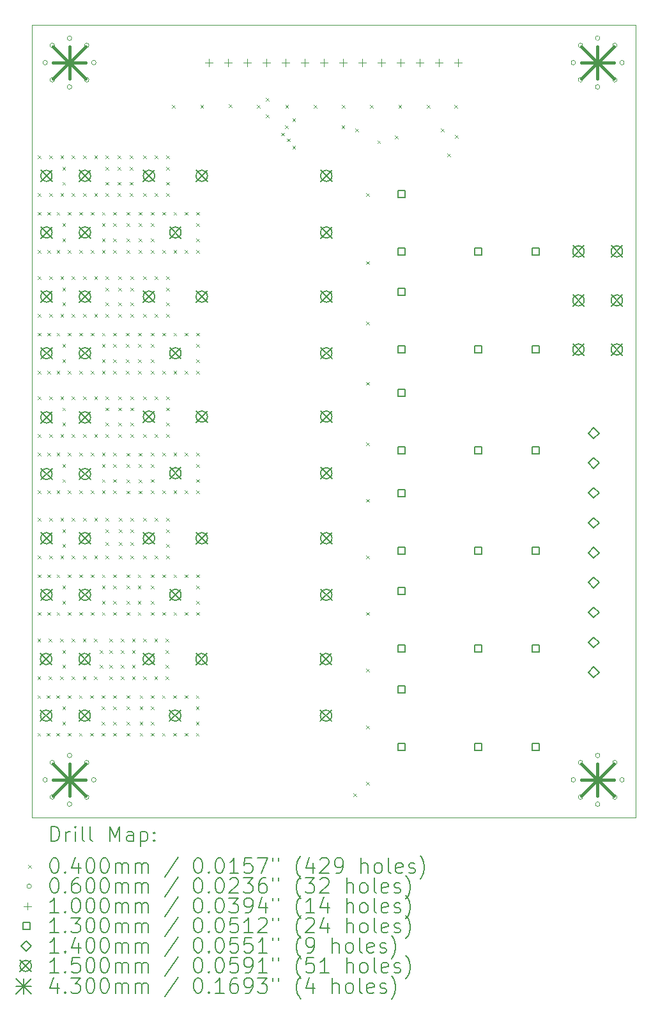
<source format=gbr>
%TF.GenerationSoftware,KiCad,Pcbnew,6.0.10+dfsg-2*%
%TF.CreationDate,2023-01-31T19:59:59-05:00*%
%TF.ProjectId,StoveRelays,53746f76-6552-4656-9c61-79732e6b6963,rev?*%
%TF.SameCoordinates,Original*%
%TF.FileFunction,Drillmap*%
%TF.FilePolarity,Positive*%
%FSLAX45Y45*%
G04 Gerber Fmt 4.5, Leading zero omitted, Abs format (unit mm)*
G04 Created by KiCad (PCBNEW 6.0.10+dfsg-2) date 2023-01-31 19:59:59*
%MOMM*%
%LPD*%
G01*
G04 APERTURE LIST*
%ADD10C,0.100000*%
%ADD11C,0.200000*%
%ADD12C,0.040000*%
%ADD13C,0.060000*%
%ADD14C,0.130000*%
%ADD15C,0.140000*%
%ADD16C,0.150000*%
%ADD17C,0.430000*%
G04 APERTURE END LIST*
D10*
X18000000Y-15500000D02*
X18000000Y-5000000D01*
X18000000Y-5000000D02*
X10000000Y-5000000D01*
X10000000Y-15500000D02*
X10000000Y-5000000D01*
X18000000Y-15500000D02*
X10000000Y-15500000D01*
D11*
D12*
X10076250Y-13130000D02*
X10116250Y-13170000D01*
X10116250Y-13130000D02*
X10076250Y-13170000D01*
X10076250Y-13630000D02*
X10116250Y-13670000D01*
X10116250Y-13630000D02*
X10076250Y-13670000D01*
X10076250Y-13880000D02*
X10116250Y-13920000D01*
X10116250Y-13880000D02*
X10076250Y-13920000D01*
X10076250Y-14380000D02*
X10116250Y-14420000D01*
X10116250Y-14380000D02*
X10076250Y-14420000D01*
X10080000Y-6730000D02*
X10120000Y-6770000D01*
X10120000Y-6730000D02*
X10080000Y-6770000D01*
X10080000Y-7230000D02*
X10120000Y-7270000D01*
X10120000Y-7230000D02*
X10080000Y-7270000D01*
X10080000Y-7480000D02*
X10120000Y-7520000D01*
X10120000Y-7480000D02*
X10080000Y-7520000D01*
X10080000Y-7980000D02*
X10120000Y-8020000D01*
X10120000Y-7980000D02*
X10080000Y-8020000D01*
X10080000Y-8330000D02*
X10120000Y-8370000D01*
X10120000Y-8330000D02*
X10080000Y-8370000D01*
X10080000Y-8830000D02*
X10120000Y-8870000D01*
X10120000Y-8830000D02*
X10080000Y-8870000D01*
X10080000Y-9080000D02*
X10120000Y-9120000D01*
X10120000Y-9080000D02*
X10080000Y-9120000D01*
X10080000Y-9580000D02*
X10120000Y-9620000D01*
X10120000Y-9580000D02*
X10080000Y-9620000D01*
X10080000Y-9918750D02*
X10120000Y-9958750D01*
X10120000Y-9918750D02*
X10080000Y-9958750D01*
X10080000Y-10418750D02*
X10120000Y-10458750D01*
X10120000Y-10418750D02*
X10080000Y-10458750D01*
X10080000Y-10668750D02*
X10120000Y-10708750D01*
X10120000Y-10668750D02*
X10080000Y-10708750D01*
X10080000Y-11168750D02*
X10120000Y-11208750D01*
X10120000Y-11168750D02*
X10080000Y-11208750D01*
X10080000Y-11530000D02*
X10120000Y-11570000D01*
X10120000Y-11530000D02*
X10080000Y-11570000D01*
X10080000Y-12030000D02*
X10120000Y-12070000D01*
X10120000Y-12030000D02*
X10080000Y-12070000D01*
X10080000Y-12280000D02*
X10120000Y-12320000D01*
X10120000Y-12280000D02*
X10080000Y-12320000D01*
X10080000Y-12780000D02*
X10120000Y-12820000D01*
X10120000Y-12780000D02*
X10080000Y-12820000D01*
X10201250Y-13880000D02*
X10241250Y-13920000D01*
X10241250Y-13880000D02*
X10201250Y-13920000D01*
X10201250Y-14380000D02*
X10241250Y-14420000D01*
X10241250Y-14380000D02*
X10201250Y-14420000D01*
X10205000Y-7480000D02*
X10245000Y-7520000D01*
X10245000Y-7480000D02*
X10205000Y-7520000D01*
X10205000Y-7980000D02*
X10245000Y-8020000D01*
X10245000Y-7980000D02*
X10205000Y-8020000D01*
X10205000Y-9080000D02*
X10245000Y-9120000D01*
X10245000Y-9080000D02*
X10205000Y-9120000D01*
X10205000Y-9580000D02*
X10245000Y-9620000D01*
X10245000Y-9580000D02*
X10205000Y-9620000D01*
X10205000Y-10668750D02*
X10245000Y-10708750D01*
X10245000Y-10668750D02*
X10205000Y-10708750D01*
X10205000Y-11168750D02*
X10245000Y-11208750D01*
X10245000Y-11168750D02*
X10205000Y-11208750D01*
X10205000Y-12280000D02*
X10245000Y-12320000D01*
X10245000Y-12280000D02*
X10205000Y-12320000D01*
X10205000Y-12780000D02*
X10245000Y-12820000D01*
X10245000Y-12780000D02*
X10205000Y-12820000D01*
X10226250Y-13130000D02*
X10266250Y-13170000D01*
X10266250Y-13130000D02*
X10226250Y-13170000D01*
X10226250Y-13630000D02*
X10266250Y-13670000D01*
X10266250Y-13630000D02*
X10226250Y-13670000D01*
X10230000Y-6730000D02*
X10270000Y-6770000D01*
X10270000Y-6730000D02*
X10230000Y-6770000D01*
X10230000Y-7230000D02*
X10270000Y-7270000D01*
X10270000Y-7230000D02*
X10230000Y-7270000D01*
X10230000Y-8330000D02*
X10270000Y-8370000D01*
X10270000Y-8330000D02*
X10230000Y-8370000D01*
X10230000Y-8830000D02*
X10270000Y-8870000D01*
X10270000Y-8830000D02*
X10230000Y-8870000D01*
X10230000Y-9918750D02*
X10270000Y-9958750D01*
X10270000Y-9918750D02*
X10230000Y-9958750D01*
X10230000Y-10418750D02*
X10270000Y-10458750D01*
X10270000Y-10418750D02*
X10230000Y-10458750D01*
X10230000Y-11530000D02*
X10270000Y-11570000D01*
X10270000Y-11530000D02*
X10230000Y-11570000D01*
X10230000Y-12030000D02*
X10270000Y-12070000D01*
X10270000Y-12030000D02*
X10230000Y-12070000D01*
X10326250Y-13880000D02*
X10366250Y-13920000D01*
X10366250Y-13880000D02*
X10326250Y-13920000D01*
X10326250Y-14380000D02*
X10366250Y-14420000D01*
X10366250Y-14380000D02*
X10326250Y-14420000D01*
X10330000Y-7480000D02*
X10370000Y-7520000D01*
X10370000Y-7480000D02*
X10330000Y-7520000D01*
X10330000Y-7980000D02*
X10370000Y-8020000D01*
X10370000Y-7980000D02*
X10330000Y-8020000D01*
X10330000Y-9080000D02*
X10370000Y-9120000D01*
X10370000Y-9080000D02*
X10330000Y-9120000D01*
X10330000Y-9580000D02*
X10370000Y-9620000D01*
X10370000Y-9580000D02*
X10330000Y-9620000D01*
X10330000Y-10668750D02*
X10370000Y-10708750D01*
X10370000Y-10668750D02*
X10330000Y-10708750D01*
X10330000Y-11168750D02*
X10370000Y-11208750D01*
X10370000Y-11168750D02*
X10330000Y-11208750D01*
X10330000Y-12280000D02*
X10370000Y-12320000D01*
X10370000Y-12280000D02*
X10330000Y-12320000D01*
X10330000Y-12780000D02*
X10370000Y-12820000D01*
X10370000Y-12780000D02*
X10330000Y-12820000D01*
X10376250Y-13130000D02*
X10416250Y-13170000D01*
X10416250Y-13130000D02*
X10376250Y-13170000D01*
X10376250Y-13630000D02*
X10416250Y-13670000D01*
X10416250Y-13630000D02*
X10376250Y-13670000D01*
X10380000Y-6730000D02*
X10420000Y-6770000D01*
X10420000Y-6730000D02*
X10380000Y-6770000D01*
X10380000Y-7230000D02*
X10420000Y-7270000D01*
X10420000Y-7230000D02*
X10380000Y-7270000D01*
X10380000Y-8330000D02*
X10420000Y-8370000D01*
X10420000Y-8330000D02*
X10380000Y-8370000D01*
X10380000Y-8830000D02*
X10420000Y-8870000D01*
X10420000Y-8830000D02*
X10380000Y-8870000D01*
X10380000Y-9918750D02*
X10420000Y-9958750D01*
X10420000Y-9918750D02*
X10380000Y-9958750D01*
X10380000Y-10418750D02*
X10420000Y-10458750D01*
X10420000Y-10418750D02*
X10380000Y-10458750D01*
X10380000Y-11530000D02*
X10420000Y-11570000D01*
X10420000Y-11530000D02*
X10380000Y-11570000D01*
X10380000Y-12030000D02*
X10420000Y-12070000D01*
X10420000Y-12030000D02*
X10380000Y-12070000D01*
X10405000Y-6880000D02*
X10445000Y-6920000D01*
X10445000Y-6880000D02*
X10405000Y-6920000D01*
X10405000Y-7080000D02*
X10445000Y-7120000D01*
X10445000Y-7080000D02*
X10405000Y-7120000D01*
X10405000Y-7630000D02*
X10445000Y-7670000D01*
X10445000Y-7630000D02*
X10405000Y-7670000D01*
X10405000Y-7830000D02*
X10445000Y-7870000D01*
X10445000Y-7830000D02*
X10405000Y-7870000D01*
X10405000Y-8480000D02*
X10445000Y-8520000D01*
X10445000Y-8480000D02*
X10405000Y-8520000D01*
X10405000Y-8680000D02*
X10445000Y-8720000D01*
X10445000Y-8680000D02*
X10405000Y-8720000D01*
X10405000Y-9230000D02*
X10445000Y-9270000D01*
X10445000Y-9230000D02*
X10405000Y-9270000D01*
X10405000Y-9430000D02*
X10445000Y-9470000D01*
X10445000Y-9430000D02*
X10405000Y-9470000D01*
X10405000Y-10068750D02*
X10445000Y-10108750D01*
X10445000Y-10068750D02*
X10405000Y-10108750D01*
X10405000Y-10268750D02*
X10445000Y-10308750D01*
X10445000Y-10268750D02*
X10405000Y-10308750D01*
X10405000Y-10818750D02*
X10445000Y-10858750D01*
X10445000Y-10818750D02*
X10405000Y-10858750D01*
X10405000Y-11018750D02*
X10445000Y-11058750D01*
X10445000Y-11018750D02*
X10405000Y-11058750D01*
X10405000Y-11680000D02*
X10445000Y-11720000D01*
X10445000Y-11680000D02*
X10405000Y-11720000D01*
X10405000Y-11880000D02*
X10445000Y-11920000D01*
X10445000Y-11880000D02*
X10405000Y-11920000D01*
X10405000Y-12430000D02*
X10445000Y-12470000D01*
X10445000Y-12430000D02*
X10405000Y-12470000D01*
X10405000Y-12630000D02*
X10445000Y-12670000D01*
X10445000Y-12630000D02*
X10405000Y-12670000D01*
X10405000Y-13280000D02*
X10445000Y-13320000D01*
X10445000Y-13280000D02*
X10405000Y-13320000D01*
X10405000Y-13480000D02*
X10445000Y-13520000D01*
X10445000Y-13480000D02*
X10405000Y-13520000D01*
X10405000Y-14030000D02*
X10445000Y-14070000D01*
X10445000Y-14030000D02*
X10405000Y-14070000D01*
X10405000Y-14230000D02*
X10445000Y-14270000D01*
X10445000Y-14230000D02*
X10405000Y-14270000D01*
X10476250Y-13880000D02*
X10516250Y-13920000D01*
X10516250Y-13880000D02*
X10476250Y-13920000D01*
X10476250Y-14380000D02*
X10516250Y-14420000D01*
X10516250Y-14380000D02*
X10476250Y-14420000D01*
X10480000Y-7480000D02*
X10520000Y-7520000D01*
X10520000Y-7480000D02*
X10480000Y-7520000D01*
X10480000Y-7980000D02*
X10520000Y-8020000D01*
X10520000Y-7980000D02*
X10480000Y-8020000D01*
X10480000Y-9080000D02*
X10520000Y-9120000D01*
X10520000Y-9080000D02*
X10480000Y-9120000D01*
X10480000Y-9580000D02*
X10520000Y-9620000D01*
X10520000Y-9580000D02*
X10480000Y-9620000D01*
X10480000Y-10668750D02*
X10520000Y-10708750D01*
X10520000Y-10668750D02*
X10480000Y-10708750D01*
X10480000Y-11168750D02*
X10520000Y-11208750D01*
X10520000Y-11168750D02*
X10480000Y-11208750D01*
X10480000Y-12280000D02*
X10520000Y-12320000D01*
X10520000Y-12280000D02*
X10480000Y-12320000D01*
X10480000Y-12780000D02*
X10520000Y-12820000D01*
X10520000Y-12780000D02*
X10480000Y-12820000D01*
X10526250Y-13130000D02*
X10566250Y-13170000D01*
X10566250Y-13130000D02*
X10526250Y-13170000D01*
X10526250Y-13630000D02*
X10566250Y-13670000D01*
X10566250Y-13630000D02*
X10526250Y-13670000D01*
X10530000Y-6730000D02*
X10570000Y-6770000D01*
X10570000Y-6730000D02*
X10530000Y-6770000D01*
X10530000Y-7230000D02*
X10570000Y-7270000D01*
X10570000Y-7230000D02*
X10530000Y-7270000D01*
X10530000Y-8330000D02*
X10570000Y-8370000D01*
X10570000Y-8330000D02*
X10530000Y-8370000D01*
X10530000Y-8830000D02*
X10570000Y-8870000D01*
X10570000Y-8830000D02*
X10530000Y-8870000D01*
X10530000Y-9918750D02*
X10570000Y-9958750D01*
X10570000Y-9918750D02*
X10530000Y-9958750D01*
X10530000Y-10418750D02*
X10570000Y-10458750D01*
X10570000Y-10418750D02*
X10530000Y-10458750D01*
X10530000Y-11530000D02*
X10570000Y-11570000D01*
X10570000Y-11530000D02*
X10530000Y-11570000D01*
X10530000Y-12030000D02*
X10570000Y-12070000D01*
X10570000Y-12030000D02*
X10530000Y-12070000D01*
X10626250Y-13880000D02*
X10666250Y-13920000D01*
X10666250Y-13880000D02*
X10626250Y-13920000D01*
X10626250Y-14380000D02*
X10666250Y-14420000D01*
X10666250Y-14380000D02*
X10626250Y-14420000D01*
X10630000Y-7480000D02*
X10670000Y-7520000D01*
X10670000Y-7480000D02*
X10630000Y-7520000D01*
X10630000Y-7980000D02*
X10670000Y-8020000D01*
X10670000Y-7980000D02*
X10630000Y-8020000D01*
X10630000Y-9080000D02*
X10670000Y-9120000D01*
X10670000Y-9080000D02*
X10630000Y-9120000D01*
X10630000Y-9580000D02*
X10670000Y-9620000D01*
X10670000Y-9580000D02*
X10630000Y-9620000D01*
X10630000Y-10668750D02*
X10670000Y-10708750D01*
X10670000Y-10668750D02*
X10630000Y-10708750D01*
X10630000Y-11168750D02*
X10670000Y-11208750D01*
X10670000Y-11168750D02*
X10630000Y-11208750D01*
X10630000Y-12280000D02*
X10670000Y-12320000D01*
X10670000Y-12280000D02*
X10630000Y-12320000D01*
X10630000Y-12780000D02*
X10670000Y-12820000D01*
X10670000Y-12780000D02*
X10630000Y-12820000D01*
X10676250Y-13130000D02*
X10716250Y-13170000D01*
X10716250Y-13130000D02*
X10676250Y-13170000D01*
X10676250Y-13630000D02*
X10716250Y-13670000D01*
X10716250Y-13630000D02*
X10676250Y-13670000D01*
X10680000Y-6730000D02*
X10720000Y-6770000D01*
X10720000Y-6730000D02*
X10680000Y-6770000D01*
X10680000Y-7230000D02*
X10720000Y-7270000D01*
X10720000Y-7230000D02*
X10680000Y-7270000D01*
X10680000Y-8330000D02*
X10720000Y-8370000D01*
X10720000Y-8330000D02*
X10680000Y-8370000D01*
X10680000Y-8830000D02*
X10720000Y-8870000D01*
X10720000Y-8830000D02*
X10680000Y-8870000D01*
X10680000Y-9918750D02*
X10720000Y-9958750D01*
X10720000Y-9918750D02*
X10680000Y-9958750D01*
X10680000Y-10418750D02*
X10720000Y-10458750D01*
X10720000Y-10418750D02*
X10680000Y-10458750D01*
X10680000Y-11530000D02*
X10720000Y-11570000D01*
X10720000Y-11530000D02*
X10680000Y-11570000D01*
X10680000Y-12030000D02*
X10720000Y-12070000D01*
X10720000Y-12030000D02*
X10680000Y-12070000D01*
X10776250Y-13880000D02*
X10816250Y-13920000D01*
X10816250Y-13880000D02*
X10776250Y-13920000D01*
X10776250Y-14380000D02*
X10816250Y-14420000D01*
X10816250Y-14380000D02*
X10776250Y-14420000D01*
X10780000Y-7480000D02*
X10820000Y-7520000D01*
X10820000Y-7480000D02*
X10780000Y-7520000D01*
X10780000Y-7980000D02*
X10820000Y-8020000D01*
X10820000Y-7980000D02*
X10780000Y-8020000D01*
X10780000Y-9080000D02*
X10820000Y-9120000D01*
X10820000Y-9080000D02*
X10780000Y-9120000D01*
X10780000Y-9580000D02*
X10820000Y-9620000D01*
X10820000Y-9580000D02*
X10780000Y-9620000D01*
X10780000Y-10668750D02*
X10820000Y-10708750D01*
X10820000Y-10668750D02*
X10780000Y-10708750D01*
X10780000Y-11168750D02*
X10820000Y-11208750D01*
X10820000Y-11168750D02*
X10780000Y-11208750D01*
X10780000Y-12280000D02*
X10820000Y-12320000D01*
X10820000Y-12280000D02*
X10780000Y-12320000D01*
X10780000Y-12780000D02*
X10820000Y-12820000D01*
X10820000Y-12780000D02*
X10780000Y-12820000D01*
X10826250Y-13130000D02*
X10866250Y-13170000D01*
X10866250Y-13130000D02*
X10826250Y-13170000D01*
X10826250Y-13630000D02*
X10866250Y-13670000D01*
X10866250Y-13630000D02*
X10826250Y-13670000D01*
X10830000Y-6730000D02*
X10870000Y-6770000D01*
X10870000Y-6730000D02*
X10830000Y-6770000D01*
X10830000Y-7230000D02*
X10870000Y-7270000D01*
X10870000Y-7230000D02*
X10830000Y-7270000D01*
X10830000Y-8330000D02*
X10870000Y-8370000D01*
X10870000Y-8330000D02*
X10830000Y-8370000D01*
X10830000Y-8830000D02*
X10870000Y-8870000D01*
X10870000Y-8830000D02*
X10830000Y-8870000D01*
X10830000Y-9918750D02*
X10870000Y-9958750D01*
X10870000Y-9918750D02*
X10830000Y-9958750D01*
X10830000Y-10418750D02*
X10870000Y-10458750D01*
X10870000Y-10418750D02*
X10830000Y-10458750D01*
X10830000Y-11530000D02*
X10870000Y-11570000D01*
X10870000Y-11530000D02*
X10830000Y-11570000D01*
X10830000Y-12030000D02*
X10870000Y-12070000D01*
X10870000Y-12030000D02*
X10830000Y-12070000D01*
X10901250Y-13280000D02*
X10941250Y-13320000D01*
X10941250Y-13280000D02*
X10901250Y-13320000D01*
X10901250Y-13480000D02*
X10941250Y-13520000D01*
X10941250Y-13480000D02*
X10901250Y-13520000D01*
X10926250Y-13880000D02*
X10966250Y-13920000D01*
X10966250Y-13880000D02*
X10926250Y-13920000D01*
X10926250Y-14030000D02*
X10966250Y-14070000D01*
X10966250Y-14030000D02*
X10926250Y-14070000D01*
X10926250Y-14230000D02*
X10966250Y-14270000D01*
X10966250Y-14230000D02*
X10926250Y-14270000D01*
X10926250Y-14380000D02*
X10966250Y-14420000D01*
X10966250Y-14380000D02*
X10926250Y-14420000D01*
X10930000Y-7480000D02*
X10970000Y-7520000D01*
X10970000Y-7480000D02*
X10930000Y-7520000D01*
X10930000Y-7630000D02*
X10970000Y-7670000D01*
X10970000Y-7630000D02*
X10930000Y-7670000D01*
X10930000Y-7830000D02*
X10970000Y-7870000D01*
X10970000Y-7830000D02*
X10930000Y-7870000D01*
X10930000Y-7980000D02*
X10970000Y-8020000D01*
X10970000Y-7980000D02*
X10930000Y-8020000D01*
X10930000Y-9080000D02*
X10970000Y-9120000D01*
X10970000Y-9080000D02*
X10930000Y-9120000D01*
X10930000Y-9230000D02*
X10970000Y-9270000D01*
X10970000Y-9230000D02*
X10930000Y-9270000D01*
X10930000Y-9430000D02*
X10970000Y-9470000D01*
X10970000Y-9430000D02*
X10930000Y-9470000D01*
X10930000Y-9580000D02*
X10970000Y-9620000D01*
X10970000Y-9580000D02*
X10930000Y-9620000D01*
X10930000Y-10668750D02*
X10970000Y-10708750D01*
X10970000Y-10668750D02*
X10930000Y-10708750D01*
X10930000Y-10818750D02*
X10970000Y-10858750D01*
X10970000Y-10818750D02*
X10930000Y-10858750D01*
X10930000Y-11018750D02*
X10970000Y-11058750D01*
X10970000Y-11018750D02*
X10930000Y-11058750D01*
X10930000Y-11168750D02*
X10970000Y-11208750D01*
X10970000Y-11168750D02*
X10930000Y-11208750D01*
X10930000Y-12280000D02*
X10970000Y-12320000D01*
X10970000Y-12280000D02*
X10930000Y-12320000D01*
X10930000Y-12430000D02*
X10970000Y-12470000D01*
X10970000Y-12430000D02*
X10930000Y-12470000D01*
X10930000Y-12630000D02*
X10970000Y-12670000D01*
X10970000Y-12630000D02*
X10930000Y-12670000D01*
X10930000Y-12780000D02*
X10970000Y-12820000D01*
X10970000Y-12780000D02*
X10930000Y-12820000D01*
X10980000Y-6730000D02*
X11020000Y-6770000D01*
X11020000Y-6730000D02*
X10980000Y-6770000D01*
X10980000Y-6880000D02*
X11020000Y-6920000D01*
X11020000Y-6880000D02*
X10980000Y-6920000D01*
X10980000Y-7080000D02*
X11020000Y-7120000D01*
X11020000Y-7080000D02*
X10980000Y-7120000D01*
X10980000Y-7230000D02*
X11020000Y-7270000D01*
X11020000Y-7230000D02*
X10980000Y-7270000D01*
X10980000Y-8330000D02*
X11020000Y-8370000D01*
X11020000Y-8330000D02*
X10980000Y-8370000D01*
X10980000Y-8480000D02*
X11020000Y-8520000D01*
X11020000Y-8480000D02*
X10980000Y-8520000D01*
X10980000Y-8680000D02*
X11020000Y-8720000D01*
X11020000Y-8680000D02*
X10980000Y-8720000D01*
X10980000Y-8830000D02*
X11020000Y-8870000D01*
X11020000Y-8830000D02*
X10980000Y-8870000D01*
X10980000Y-9918750D02*
X11020000Y-9958750D01*
X11020000Y-9918750D02*
X10980000Y-9958750D01*
X10980000Y-10068750D02*
X11020000Y-10108750D01*
X11020000Y-10068750D02*
X10980000Y-10108750D01*
X10980000Y-10270000D02*
X11020000Y-10310000D01*
X11020000Y-10270000D02*
X10980000Y-10310000D01*
X10980000Y-10418750D02*
X11020000Y-10458750D01*
X11020000Y-10418750D02*
X10980000Y-10458750D01*
X10980000Y-11530000D02*
X11020000Y-11570000D01*
X11020000Y-11530000D02*
X10980000Y-11570000D01*
X10980000Y-11680000D02*
X11020000Y-11720000D01*
X11020000Y-11680000D02*
X10980000Y-11720000D01*
X10980000Y-11855000D02*
X11020000Y-11895000D01*
X11020000Y-11855000D02*
X10980000Y-11895000D01*
X10980000Y-12030000D02*
X11020000Y-12070000D01*
X11020000Y-12030000D02*
X10980000Y-12070000D01*
X11030000Y-13130000D02*
X11070000Y-13170000D01*
X11070000Y-13130000D02*
X11030000Y-13170000D01*
X11030000Y-13280000D02*
X11070000Y-13320000D01*
X11070000Y-13280000D02*
X11030000Y-13320000D01*
X11030000Y-13480000D02*
X11070000Y-13520000D01*
X11070000Y-13480000D02*
X11030000Y-13520000D01*
X11030000Y-13630000D02*
X11070000Y-13670000D01*
X11070000Y-13630000D02*
X11030000Y-13670000D01*
X11080000Y-7480000D02*
X11120000Y-7520000D01*
X11120000Y-7480000D02*
X11080000Y-7520000D01*
X11080000Y-7630000D02*
X11120000Y-7670000D01*
X11120000Y-7630000D02*
X11080000Y-7670000D01*
X11080000Y-7830000D02*
X11120000Y-7870000D01*
X11120000Y-7830000D02*
X11080000Y-7870000D01*
X11080000Y-7980000D02*
X11120000Y-8020000D01*
X11120000Y-7980000D02*
X11080000Y-8020000D01*
X11080000Y-9080000D02*
X11120000Y-9120000D01*
X11120000Y-9080000D02*
X11080000Y-9120000D01*
X11080000Y-9230000D02*
X11120000Y-9270000D01*
X11120000Y-9230000D02*
X11080000Y-9270000D01*
X11080000Y-9430000D02*
X11120000Y-9470000D01*
X11120000Y-9430000D02*
X11080000Y-9470000D01*
X11080000Y-9580000D02*
X11120000Y-9620000D01*
X11120000Y-9580000D02*
X11080000Y-9620000D01*
X11080000Y-10668750D02*
X11120000Y-10708750D01*
X11120000Y-10668750D02*
X11080000Y-10708750D01*
X11080000Y-10818750D02*
X11120000Y-10858750D01*
X11120000Y-10818750D02*
X11080000Y-10858750D01*
X11080000Y-11018750D02*
X11120000Y-11058750D01*
X11120000Y-11018750D02*
X11080000Y-11058750D01*
X11080000Y-11168750D02*
X11120000Y-11208750D01*
X11120000Y-11168750D02*
X11080000Y-11208750D01*
X11080000Y-12280000D02*
X11120000Y-12320000D01*
X11120000Y-12280000D02*
X11080000Y-12320000D01*
X11080000Y-12430000D02*
X11120000Y-12470000D01*
X11120000Y-12430000D02*
X11080000Y-12470000D01*
X11080000Y-12630000D02*
X11120000Y-12670000D01*
X11120000Y-12630000D02*
X11080000Y-12670000D01*
X11080000Y-12780000D02*
X11120000Y-12820000D01*
X11120000Y-12780000D02*
X11080000Y-12820000D01*
X11080000Y-13880000D02*
X11120000Y-13920000D01*
X11120000Y-13880000D02*
X11080000Y-13920000D01*
X11080000Y-14030000D02*
X11120000Y-14070000D01*
X11120000Y-14030000D02*
X11080000Y-14070000D01*
X11080000Y-14230000D02*
X11120000Y-14270000D01*
X11120000Y-14230000D02*
X11080000Y-14270000D01*
X11080000Y-14380000D02*
X11120000Y-14420000D01*
X11120000Y-14380000D02*
X11080000Y-14420000D01*
X11140000Y-6730000D02*
X11180000Y-6770000D01*
X11180000Y-6730000D02*
X11140000Y-6770000D01*
X11140000Y-6880000D02*
X11180000Y-6920000D01*
X11180000Y-6880000D02*
X11140000Y-6920000D01*
X11140000Y-7080000D02*
X11180000Y-7120000D01*
X11180000Y-7080000D02*
X11140000Y-7120000D01*
X11140000Y-7230000D02*
X11180000Y-7270000D01*
X11180000Y-7230000D02*
X11140000Y-7270000D01*
X11150000Y-8330000D02*
X11190000Y-8370000D01*
X11190000Y-8330000D02*
X11150000Y-8370000D01*
X11150000Y-8480000D02*
X11190000Y-8520000D01*
X11190000Y-8480000D02*
X11150000Y-8520000D01*
X11150000Y-8680000D02*
X11190000Y-8720000D01*
X11190000Y-8680000D02*
X11150000Y-8720000D01*
X11150000Y-8830000D02*
X11190000Y-8870000D01*
X11190000Y-8830000D02*
X11150000Y-8870000D01*
X11150000Y-9920000D02*
X11190000Y-9960000D01*
X11190000Y-9920000D02*
X11150000Y-9960000D01*
X11150000Y-10070000D02*
X11190000Y-10110000D01*
X11190000Y-10070000D02*
X11150000Y-10110000D01*
X11150000Y-10271250D02*
X11190000Y-10311250D01*
X11190000Y-10271250D02*
X11150000Y-10311250D01*
X11150000Y-10420000D02*
X11190000Y-10460000D01*
X11190000Y-10420000D02*
X11150000Y-10460000D01*
X11155000Y-11530000D02*
X11195000Y-11570000D01*
X11195000Y-11530000D02*
X11155000Y-11570000D01*
X11155000Y-11680000D02*
X11195000Y-11720000D01*
X11195000Y-11680000D02*
X11155000Y-11720000D01*
X11155000Y-11855000D02*
X11195000Y-11895000D01*
X11195000Y-11855000D02*
X11155000Y-11895000D01*
X11155000Y-12030000D02*
X11195000Y-12070000D01*
X11195000Y-12030000D02*
X11155000Y-12070000D01*
X11180000Y-13130000D02*
X11220000Y-13170000D01*
X11220000Y-13130000D02*
X11180000Y-13170000D01*
X11180000Y-13280000D02*
X11220000Y-13320000D01*
X11220000Y-13280000D02*
X11180000Y-13320000D01*
X11180000Y-13480000D02*
X11220000Y-13520000D01*
X11220000Y-13480000D02*
X11180000Y-13520000D01*
X11180000Y-13630000D02*
X11220000Y-13670000D01*
X11220000Y-13630000D02*
X11180000Y-13670000D01*
X11250000Y-9080000D02*
X11290000Y-9120000D01*
X11290000Y-9080000D02*
X11250000Y-9120000D01*
X11250000Y-9230000D02*
X11290000Y-9270000D01*
X11290000Y-9230000D02*
X11250000Y-9270000D01*
X11250000Y-9430000D02*
X11290000Y-9470000D01*
X11290000Y-9430000D02*
X11250000Y-9470000D01*
X11250000Y-9580000D02*
X11290000Y-9620000D01*
X11290000Y-9580000D02*
X11250000Y-9620000D01*
X11255000Y-12280000D02*
X11295000Y-12320000D01*
X11295000Y-12280000D02*
X11255000Y-12320000D01*
X11255000Y-12430000D02*
X11295000Y-12470000D01*
X11295000Y-12430000D02*
X11255000Y-12470000D01*
X11255000Y-12630000D02*
X11295000Y-12670000D01*
X11295000Y-12630000D02*
X11255000Y-12670000D01*
X11255000Y-12780000D02*
X11295000Y-12820000D01*
X11295000Y-12780000D02*
X11255000Y-12820000D01*
X11255000Y-13880000D02*
X11295000Y-13920000D01*
X11295000Y-13880000D02*
X11255000Y-13920000D01*
X11255000Y-14030000D02*
X11295000Y-14070000D01*
X11295000Y-14030000D02*
X11255000Y-14070000D01*
X11255000Y-14230000D02*
X11295000Y-14270000D01*
X11295000Y-14230000D02*
X11255000Y-14270000D01*
X11255000Y-14380000D02*
X11295000Y-14420000D01*
X11295000Y-14380000D02*
X11255000Y-14420000D01*
X11260000Y-7480000D02*
X11300000Y-7520000D01*
X11300000Y-7480000D02*
X11260000Y-7520000D01*
X11260000Y-7630000D02*
X11300000Y-7670000D01*
X11300000Y-7630000D02*
X11260000Y-7670000D01*
X11260000Y-7830000D02*
X11300000Y-7870000D01*
X11300000Y-7830000D02*
X11260000Y-7870000D01*
X11260000Y-7980000D02*
X11300000Y-8020000D01*
X11300000Y-7980000D02*
X11260000Y-8020000D01*
X11260000Y-10670000D02*
X11300000Y-10710000D01*
X11300000Y-10670000D02*
X11260000Y-10710000D01*
X11260000Y-10820000D02*
X11300000Y-10860000D01*
X11300000Y-10820000D02*
X11260000Y-10860000D01*
X11260000Y-11020000D02*
X11300000Y-11060000D01*
X11300000Y-11020000D02*
X11260000Y-11060000D01*
X11260000Y-11170000D02*
X11300000Y-11210000D01*
X11300000Y-11170000D02*
X11260000Y-11210000D01*
X11300000Y-6730000D02*
X11340000Y-6770000D01*
X11340000Y-6730000D02*
X11300000Y-6770000D01*
X11300000Y-6880000D02*
X11340000Y-6920000D01*
X11340000Y-6880000D02*
X11300000Y-6920000D01*
X11300000Y-7080000D02*
X11340000Y-7120000D01*
X11340000Y-7080000D02*
X11300000Y-7120000D01*
X11300000Y-7230000D02*
X11340000Y-7270000D01*
X11340000Y-7230000D02*
X11300000Y-7270000D01*
X11305000Y-11530000D02*
X11345000Y-11570000D01*
X11345000Y-11530000D02*
X11305000Y-11570000D01*
X11305000Y-11680000D02*
X11345000Y-11720000D01*
X11345000Y-11680000D02*
X11305000Y-11720000D01*
X11305000Y-11855000D02*
X11345000Y-11895000D01*
X11345000Y-11855000D02*
X11305000Y-11895000D01*
X11305000Y-12030000D02*
X11345000Y-12070000D01*
X11345000Y-12030000D02*
X11305000Y-12070000D01*
X11310000Y-8330000D02*
X11350000Y-8370000D01*
X11350000Y-8330000D02*
X11310000Y-8370000D01*
X11310000Y-8480000D02*
X11350000Y-8520000D01*
X11350000Y-8480000D02*
X11310000Y-8520000D01*
X11310000Y-8680000D02*
X11350000Y-8720000D01*
X11350000Y-8680000D02*
X11310000Y-8720000D01*
X11310000Y-8830000D02*
X11350000Y-8870000D01*
X11350000Y-8830000D02*
X11310000Y-8870000D01*
X11310000Y-9920000D02*
X11350000Y-9960000D01*
X11350000Y-9920000D02*
X11310000Y-9960000D01*
X11310000Y-10070000D02*
X11350000Y-10110000D01*
X11350000Y-10070000D02*
X11310000Y-10110000D01*
X11310000Y-10271250D02*
X11350000Y-10311250D01*
X11350000Y-10271250D02*
X11310000Y-10311250D01*
X11310000Y-10420000D02*
X11350000Y-10460000D01*
X11350000Y-10420000D02*
X11310000Y-10460000D01*
X11330000Y-13130000D02*
X11370000Y-13170000D01*
X11370000Y-13130000D02*
X11330000Y-13170000D01*
X11330000Y-13280000D02*
X11370000Y-13320000D01*
X11370000Y-13280000D02*
X11330000Y-13320000D01*
X11330000Y-13480000D02*
X11370000Y-13520000D01*
X11370000Y-13480000D02*
X11330000Y-13520000D01*
X11330000Y-13630000D02*
X11370000Y-13670000D01*
X11370000Y-13630000D02*
X11330000Y-13670000D01*
X11405000Y-12280000D02*
X11445000Y-12320000D01*
X11445000Y-12280000D02*
X11405000Y-12320000D01*
X11405000Y-12430000D02*
X11445000Y-12470000D01*
X11445000Y-12430000D02*
X11405000Y-12470000D01*
X11405000Y-12630000D02*
X11445000Y-12670000D01*
X11445000Y-12630000D02*
X11405000Y-12670000D01*
X11405000Y-12780000D02*
X11445000Y-12820000D01*
X11445000Y-12780000D02*
X11405000Y-12820000D01*
X11410000Y-9080000D02*
X11450000Y-9120000D01*
X11450000Y-9080000D02*
X11410000Y-9120000D01*
X11410000Y-9230000D02*
X11450000Y-9270000D01*
X11450000Y-9230000D02*
X11410000Y-9270000D01*
X11410000Y-9430000D02*
X11450000Y-9470000D01*
X11450000Y-9430000D02*
X11410000Y-9470000D01*
X11410000Y-9580000D02*
X11450000Y-9620000D01*
X11450000Y-9580000D02*
X11410000Y-9620000D01*
X11420000Y-7480000D02*
X11460000Y-7520000D01*
X11460000Y-7480000D02*
X11420000Y-7520000D01*
X11420000Y-7630000D02*
X11460000Y-7670000D01*
X11460000Y-7630000D02*
X11420000Y-7670000D01*
X11420000Y-7830000D02*
X11460000Y-7870000D01*
X11460000Y-7830000D02*
X11420000Y-7870000D01*
X11420000Y-7980000D02*
X11460000Y-8020000D01*
X11460000Y-7980000D02*
X11420000Y-8020000D01*
X11420000Y-10670000D02*
X11460000Y-10710000D01*
X11460000Y-10670000D02*
X11420000Y-10710000D01*
X11420000Y-10820000D02*
X11460000Y-10860000D01*
X11460000Y-10820000D02*
X11420000Y-10860000D01*
X11420000Y-11020000D02*
X11460000Y-11060000D01*
X11460000Y-11020000D02*
X11420000Y-11060000D01*
X11420000Y-11170000D02*
X11460000Y-11210000D01*
X11460000Y-11170000D02*
X11420000Y-11210000D01*
X11430000Y-13880000D02*
X11470000Y-13920000D01*
X11470000Y-13880000D02*
X11430000Y-13920000D01*
X11430000Y-14030000D02*
X11470000Y-14070000D01*
X11470000Y-14030000D02*
X11430000Y-14070000D01*
X11430000Y-14230000D02*
X11470000Y-14270000D01*
X11470000Y-14230000D02*
X11430000Y-14270000D01*
X11430000Y-14380000D02*
X11470000Y-14420000D01*
X11470000Y-14380000D02*
X11430000Y-14420000D01*
X11476250Y-13130000D02*
X11516250Y-13170000D01*
X11516250Y-13130000D02*
X11476250Y-13170000D01*
X11476250Y-13630000D02*
X11516250Y-13670000D01*
X11516250Y-13630000D02*
X11476250Y-13670000D01*
X11480000Y-6730000D02*
X11520000Y-6770000D01*
X11520000Y-6730000D02*
X11480000Y-6770000D01*
X11480000Y-7230000D02*
X11520000Y-7270000D01*
X11520000Y-7230000D02*
X11480000Y-7270000D01*
X11480000Y-8330000D02*
X11520000Y-8370000D01*
X11520000Y-8330000D02*
X11480000Y-8370000D01*
X11480000Y-8830000D02*
X11520000Y-8870000D01*
X11520000Y-8830000D02*
X11480000Y-8870000D01*
X11480000Y-9918750D02*
X11520000Y-9958750D01*
X11520000Y-9918750D02*
X11480000Y-9958750D01*
X11480000Y-10418750D02*
X11520000Y-10458750D01*
X11520000Y-10418750D02*
X11480000Y-10458750D01*
X11480000Y-11530000D02*
X11520000Y-11570000D01*
X11520000Y-11530000D02*
X11480000Y-11570000D01*
X11480000Y-12030000D02*
X11520000Y-12070000D01*
X11520000Y-12030000D02*
X11480000Y-12070000D01*
X11576250Y-13880000D02*
X11616250Y-13920000D01*
X11616250Y-13880000D02*
X11576250Y-13920000D01*
X11576250Y-14030000D02*
X11616250Y-14070000D01*
X11616250Y-14030000D02*
X11576250Y-14070000D01*
X11576250Y-14230000D02*
X11616250Y-14270000D01*
X11616250Y-14230000D02*
X11576250Y-14270000D01*
X11576250Y-14380000D02*
X11616250Y-14420000D01*
X11616250Y-14380000D02*
X11576250Y-14420000D01*
X11580000Y-7480000D02*
X11620000Y-7520000D01*
X11620000Y-7480000D02*
X11580000Y-7520000D01*
X11580000Y-7630000D02*
X11620000Y-7670000D01*
X11620000Y-7630000D02*
X11580000Y-7670000D01*
X11580000Y-7830000D02*
X11620000Y-7870000D01*
X11620000Y-7830000D02*
X11580000Y-7870000D01*
X11580000Y-7980000D02*
X11620000Y-8020000D01*
X11620000Y-7980000D02*
X11580000Y-8020000D01*
X11580000Y-9080000D02*
X11620000Y-9120000D01*
X11620000Y-9080000D02*
X11580000Y-9120000D01*
X11580000Y-9230000D02*
X11620000Y-9270000D01*
X11620000Y-9230000D02*
X11580000Y-9270000D01*
X11580000Y-9430000D02*
X11620000Y-9470000D01*
X11620000Y-9430000D02*
X11580000Y-9470000D01*
X11580000Y-9580000D02*
X11620000Y-9620000D01*
X11620000Y-9580000D02*
X11580000Y-9620000D01*
X11580000Y-10668750D02*
X11620000Y-10708750D01*
X11620000Y-10668750D02*
X11580000Y-10708750D01*
X11580000Y-10818750D02*
X11620000Y-10858750D01*
X11620000Y-10818750D02*
X11580000Y-10858750D01*
X11580000Y-11018750D02*
X11620000Y-11058750D01*
X11620000Y-11018750D02*
X11580000Y-11058750D01*
X11580000Y-11168750D02*
X11620000Y-11208750D01*
X11620000Y-11168750D02*
X11580000Y-11208750D01*
X11580000Y-12280000D02*
X11620000Y-12320000D01*
X11620000Y-12280000D02*
X11580000Y-12320000D01*
X11580000Y-12430000D02*
X11620000Y-12470000D01*
X11620000Y-12430000D02*
X11580000Y-12470000D01*
X11580000Y-12630000D02*
X11620000Y-12670000D01*
X11620000Y-12630000D02*
X11580000Y-12670000D01*
X11580000Y-12780000D02*
X11620000Y-12820000D01*
X11620000Y-12780000D02*
X11580000Y-12820000D01*
X11626250Y-13130000D02*
X11666250Y-13170000D01*
X11666250Y-13130000D02*
X11626250Y-13170000D01*
X11626250Y-13630000D02*
X11666250Y-13670000D01*
X11666250Y-13630000D02*
X11626250Y-13670000D01*
X11630000Y-6730000D02*
X11670000Y-6770000D01*
X11670000Y-6730000D02*
X11630000Y-6770000D01*
X11630000Y-7230000D02*
X11670000Y-7270000D01*
X11670000Y-7230000D02*
X11630000Y-7270000D01*
X11630000Y-8330000D02*
X11670000Y-8370000D01*
X11670000Y-8330000D02*
X11630000Y-8370000D01*
X11630000Y-8830000D02*
X11670000Y-8870000D01*
X11670000Y-8830000D02*
X11630000Y-8870000D01*
X11630000Y-9918750D02*
X11670000Y-9958750D01*
X11670000Y-9918750D02*
X11630000Y-9958750D01*
X11630000Y-10418750D02*
X11670000Y-10458750D01*
X11670000Y-10418750D02*
X11630000Y-10458750D01*
X11630000Y-11530000D02*
X11670000Y-11570000D01*
X11670000Y-11530000D02*
X11630000Y-11570000D01*
X11630000Y-12030000D02*
X11670000Y-12070000D01*
X11670000Y-12030000D02*
X11630000Y-12070000D01*
X11726250Y-13880000D02*
X11766250Y-13920000D01*
X11766250Y-13880000D02*
X11726250Y-13920000D01*
X11726250Y-14380000D02*
X11766250Y-14420000D01*
X11766250Y-14380000D02*
X11726250Y-14420000D01*
X11730000Y-7480000D02*
X11770000Y-7520000D01*
X11770000Y-7480000D02*
X11730000Y-7520000D01*
X11730000Y-7980000D02*
X11770000Y-8020000D01*
X11770000Y-7980000D02*
X11730000Y-8020000D01*
X11730000Y-9080000D02*
X11770000Y-9120000D01*
X11770000Y-9080000D02*
X11730000Y-9120000D01*
X11730000Y-9580000D02*
X11770000Y-9620000D01*
X11770000Y-9580000D02*
X11730000Y-9620000D01*
X11730000Y-10668750D02*
X11770000Y-10708750D01*
X11770000Y-10668750D02*
X11730000Y-10708750D01*
X11730000Y-11168750D02*
X11770000Y-11208750D01*
X11770000Y-11168750D02*
X11730000Y-11208750D01*
X11730000Y-12280000D02*
X11770000Y-12320000D01*
X11770000Y-12280000D02*
X11730000Y-12320000D01*
X11730000Y-12780000D02*
X11770000Y-12820000D01*
X11770000Y-12780000D02*
X11730000Y-12820000D01*
X11776250Y-13130000D02*
X11816250Y-13170000D01*
X11816250Y-13130000D02*
X11776250Y-13170000D01*
X11776250Y-13280000D02*
X11816250Y-13320000D01*
X11816250Y-13280000D02*
X11776250Y-13320000D01*
X11776250Y-13480000D02*
X11816250Y-13520000D01*
X11816250Y-13480000D02*
X11776250Y-13520000D01*
X11776250Y-13630000D02*
X11816250Y-13670000D01*
X11816250Y-13630000D02*
X11776250Y-13670000D01*
X11780000Y-6730000D02*
X11820000Y-6770000D01*
X11820000Y-6730000D02*
X11780000Y-6770000D01*
X11780000Y-6880000D02*
X11820000Y-6920000D01*
X11820000Y-6880000D02*
X11780000Y-6920000D01*
X11780000Y-7080000D02*
X11820000Y-7120000D01*
X11820000Y-7080000D02*
X11780000Y-7120000D01*
X11780000Y-7230000D02*
X11820000Y-7270000D01*
X11820000Y-7230000D02*
X11780000Y-7270000D01*
X11780000Y-8330000D02*
X11820000Y-8370000D01*
X11820000Y-8330000D02*
X11780000Y-8370000D01*
X11780000Y-8480000D02*
X11820000Y-8520000D01*
X11820000Y-8480000D02*
X11780000Y-8520000D01*
X11780000Y-8680000D02*
X11820000Y-8720000D01*
X11820000Y-8680000D02*
X11780000Y-8720000D01*
X11780000Y-8830000D02*
X11820000Y-8870000D01*
X11820000Y-8830000D02*
X11780000Y-8870000D01*
X11780000Y-9918750D02*
X11820000Y-9958750D01*
X11820000Y-9918750D02*
X11780000Y-9958750D01*
X11780000Y-10068750D02*
X11820000Y-10108750D01*
X11820000Y-10068750D02*
X11780000Y-10108750D01*
X11780000Y-10268750D02*
X11820000Y-10308750D01*
X11820000Y-10268750D02*
X11780000Y-10308750D01*
X11780000Y-10418750D02*
X11820000Y-10458750D01*
X11820000Y-10418750D02*
X11780000Y-10458750D01*
X11780000Y-11530000D02*
X11820000Y-11570000D01*
X11820000Y-11530000D02*
X11780000Y-11570000D01*
X11780000Y-11680000D02*
X11820000Y-11720000D01*
X11820000Y-11680000D02*
X11780000Y-11720000D01*
X11780000Y-11880000D02*
X11820000Y-11920000D01*
X11820000Y-11880000D02*
X11780000Y-11920000D01*
X11780000Y-12030000D02*
X11820000Y-12070000D01*
X11820000Y-12030000D02*
X11780000Y-12070000D01*
X11860000Y-6058750D02*
X11900000Y-6098750D01*
X11900000Y-6058750D02*
X11860000Y-6098750D01*
X11876250Y-13880000D02*
X11916250Y-13920000D01*
X11916250Y-13880000D02*
X11876250Y-13920000D01*
X11876250Y-14380000D02*
X11916250Y-14420000D01*
X11916250Y-14380000D02*
X11876250Y-14420000D01*
X11880000Y-7480000D02*
X11920000Y-7520000D01*
X11920000Y-7480000D02*
X11880000Y-7520000D01*
X11880000Y-7980000D02*
X11920000Y-8020000D01*
X11920000Y-7980000D02*
X11880000Y-8020000D01*
X11880000Y-9080000D02*
X11920000Y-9120000D01*
X11920000Y-9080000D02*
X11880000Y-9120000D01*
X11880000Y-9580000D02*
X11920000Y-9620000D01*
X11920000Y-9580000D02*
X11880000Y-9620000D01*
X11880000Y-10668750D02*
X11920000Y-10708750D01*
X11920000Y-10668750D02*
X11880000Y-10708750D01*
X11880000Y-11168750D02*
X11920000Y-11208750D01*
X11920000Y-11168750D02*
X11880000Y-11208750D01*
X11880000Y-12280000D02*
X11920000Y-12320000D01*
X11920000Y-12280000D02*
X11880000Y-12320000D01*
X11880000Y-12780000D02*
X11920000Y-12820000D01*
X11920000Y-12780000D02*
X11880000Y-12820000D01*
X12026250Y-13880000D02*
X12066250Y-13920000D01*
X12066250Y-13880000D02*
X12026250Y-13920000D01*
X12026250Y-14380000D02*
X12066250Y-14420000D01*
X12066250Y-14380000D02*
X12026250Y-14420000D01*
X12030000Y-7480000D02*
X12070000Y-7520000D01*
X12070000Y-7480000D02*
X12030000Y-7520000D01*
X12030000Y-7980000D02*
X12070000Y-8020000D01*
X12070000Y-7980000D02*
X12030000Y-8020000D01*
X12030000Y-9080000D02*
X12070000Y-9120000D01*
X12070000Y-9080000D02*
X12030000Y-9120000D01*
X12030000Y-9580000D02*
X12070000Y-9620000D01*
X12070000Y-9580000D02*
X12030000Y-9620000D01*
X12030000Y-10668750D02*
X12070000Y-10708750D01*
X12070000Y-10668750D02*
X12030000Y-10708750D01*
X12030000Y-11168750D02*
X12070000Y-11208750D01*
X12070000Y-11168750D02*
X12030000Y-11208750D01*
X12030000Y-12280000D02*
X12070000Y-12320000D01*
X12070000Y-12280000D02*
X12030000Y-12320000D01*
X12030000Y-12780000D02*
X12070000Y-12820000D01*
X12070000Y-12780000D02*
X12030000Y-12820000D01*
X12176250Y-13880000D02*
X12216250Y-13920000D01*
X12216250Y-13880000D02*
X12176250Y-13920000D01*
X12176250Y-14030000D02*
X12216250Y-14070000D01*
X12216250Y-14030000D02*
X12176250Y-14070000D01*
X12176250Y-14230000D02*
X12216250Y-14270000D01*
X12216250Y-14230000D02*
X12176250Y-14270000D01*
X12176250Y-14380000D02*
X12216250Y-14420000D01*
X12216250Y-14380000D02*
X12176250Y-14420000D01*
X12180000Y-7480000D02*
X12220000Y-7520000D01*
X12220000Y-7480000D02*
X12180000Y-7520000D01*
X12180000Y-7630000D02*
X12220000Y-7670000D01*
X12220000Y-7630000D02*
X12180000Y-7670000D01*
X12180000Y-7830000D02*
X12220000Y-7870000D01*
X12220000Y-7830000D02*
X12180000Y-7870000D01*
X12180000Y-7980000D02*
X12220000Y-8020000D01*
X12220000Y-7980000D02*
X12180000Y-8020000D01*
X12180000Y-9080000D02*
X12220000Y-9120000D01*
X12220000Y-9080000D02*
X12180000Y-9120000D01*
X12180000Y-9230000D02*
X12220000Y-9270000D01*
X12220000Y-9230000D02*
X12180000Y-9270000D01*
X12180000Y-9430000D02*
X12220000Y-9470000D01*
X12220000Y-9430000D02*
X12180000Y-9470000D01*
X12180000Y-9580000D02*
X12220000Y-9620000D01*
X12220000Y-9580000D02*
X12180000Y-9620000D01*
X12180000Y-10668750D02*
X12220000Y-10708750D01*
X12220000Y-10668750D02*
X12180000Y-10708750D01*
X12180000Y-10818750D02*
X12220000Y-10858750D01*
X12220000Y-10818750D02*
X12180000Y-10858750D01*
X12180000Y-11018750D02*
X12220000Y-11058750D01*
X12220000Y-11018750D02*
X12180000Y-11058750D01*
X12180000Y-11168750D02*
X12220000Y-11208750D01*
X12220000Y-11168750D02*
X12180000Y-11208750D01*
X12180000Y-12280000D02*
X12220000Y-12320000D01*
X12220000Y-12280000D02*
X12180000Y-12320000D01*
X12180000Y-12430000D02*
X12220000Y-12470000D01*
X12220000Y-12430000D02*
X12180000Y-12470000D01*
X12180000Y-12630000D02*
X12220000Y-12670000D01*
X12220000Y-12630000D02*
X12180000Y-12670000D01*
X12180000Y-12780000D02*
X12220000Y-12820000D01*
X12220000Y-12780000D02*
X12180000Y-12820000D01*
X12235000Y-6058750D02*
X12275000Y-6098750D01*
X12275000Y-6058750D02*
X12235000Y-6098750D01*
X12610000Y-6053750D02*
X12650000Y-6093750D01*
X12650000Y-6053750D02*
X12610000Y-6093750D01*
X12985000Y-6058750D02*
X13025000Y-6098750D01*
X13025000Y-6058750D02*
X12985000Y-6098750D01*
X13105000Y-5970000D02*
X13145000Y-6010000D01*
X13145000Y-5970000D02*
X13105000Y-6010000D01*
X13105000Y-6185000D02*
X13145000Y-6225000D01*
X13145000Y-6185000D02*
X13105000Y-6225000D01*
X13305000Y-6430000D02*
X13345000Y-6470000D01*
X13345000Y-6430000D02*
X13305000Y-6470000D01*
X13355000Y-6330000D02*
X13395000Y-6370000D01*
X13395000Y-6330000D02*
X13355000Y-6370000D01*
X13360000Y-6058750D02*
X13400000Y-6098750D01*
X13400000Y-6058750D02*
X13360000Y-6098750D01*
X13380000Y-6505000D02*
X13420000Y-6545000D01*
X13420000Y-6505000D02*
X13380000Y-6545000D01*
X13455000Y-6240000D02*
X13495000Y-6280000D01*
X13495000Y-6240000D02*
X13455000Y-6280000D01*
X13455000Y-6605000D02*
X13495000Y-6645000D01*
X13495000Y-6605000D02*
X13455000Y-6645000D01*
X13735000Y-6060000D02*
X13775000Y-6100000D01*
X13775000Y-6060000D02*
X13735000Y-6100000D01*
X14105000Y-6330000D02*
X14145000Y-6370000D01*
X14145000Y-6330000D02*
X14105000Y-6370000D01*
X14110000Y-6058750D02*
X14150000Y-6098750D01*
X14150000Y-6058750D02*
X14110000Y-6098750D01*
X14265600Y-15180000D02*
X14305600Y-15220000D01*
X14305600Y-15180000D02*
X14265600Y-15220000D01*
X14286250Y-6373750D02*
X14326250Y-6413750D01*
X14326250Y-6373750D02*
X14286250Y-6413750D01*
X14430000Y-7230000D02*
X14470000Y-7270000D01*
X14470000Y-7230000D02*
X14430000Y-7270000D01*
X14430000Y-8130000D02*
X14470000Y-8170000D01*
X14470000Y-8130000D02*
X14430000Y-8170000D01*
X14430000Y-8930000D02*
X14470000Y-8970000D01*
X14470000Y-8930000D02*
X14430000Y-8970000D01*
X14430000Y-9730000D02*
X14470000Y-9770000D01*
X14470000Y-9730000D02*
X14430000Y-9770000D01*
X14430000Y-10530000D02*
X14470000Y-10570000D01*
X14470000Y-10530000D02*
X14430000Y-10570000D01*
X14430000Y-11280000D02*
X14470000Y-11320000D01*
X14470000Y-11280000D02*
X14430000Y-11320000D01*
X14430000Y-12030000D02*
X14470000Y-12070000D01*
X14470000Y-12030000D02*
X14430000Y-12070000D01*
X14430000Y-12780000D02*
X14470000Y-12820000D01*
X14470000Y-12780000D02*
X14430000Y-12820000D01*
X14430000Y-13530000D02*
X14470000Y-13570000D01*
X14470000Y-13530000D02*
X14430000Y-13570000D01*
X14430000Y-14280000D02*
X14470000Y-14320000D01*
X14470000Y-14280000D02*
X14430000Y-14320000D01*
X14430000Y-15030000D02*
X14470000Y-15070000D01*
X14470000Y-15030000D02*
X14430000Y-15070000D01*
X14485000Y-6063750D02*
X14525000Y-6103750D01*
X14525000Y-6063750D02*
X14485000Y-6103750D01*
X14580000Y-6530000D02*
X14620000Y-6570000D01*
X14620000Y-6530000D02*
X14580000Y-6570000D01*
X14810000Y-6470000D02*
X14850000Y-6510000D01*
X14850000Y-6470000D02*
X14810000Y-6510000D01*
X14860000Y-6063750D02*
X14900000Y-6103750D01*
X14900000Y-6063750D02*
X14860000Y-6103750D01*
X15235000Y-6063750D02*
X15275000Y-6103750D01*
X15275000Y-6063750D02*
X15235000Y-6103750D01*
X15420000Y-6375000D02*
X15460000Y-6415000D01*
X15460000Y-6375000D02*
X15420000Y-6415000D01*
X15505000Y-6705000D02*
X15545000Y-6745000D01*
X15545000Y-6705000D02*
X15505000Y-6745000D01*
X15600000Y-6063750D02*
X15640000Y-6103750D01*
X15640000Y-6063750D02*
X15600000Y-6103750D01*
X15610000Y-6460000D02*
X15650000Y-6500000D01*
X15650000Y-6460000D02*
X15610000Y-6500000D01*
D13*
X10207500Y-5500000D02*
G75*
G03*
X10207500Y-5500000I-30000J0D01*
G01*
X10207500Y-15000000D02*
G75*
G03*
X10207500Y-15000000I-30000J0D01*
G01*
X10301958Y-5271958D02*
G75*
G03*
X10301958Y-5271958I-30000J0D01*
G01*
X10301958Y-5728042D02*
G75*
G03*
X10301958Y-5728042I-30000J0D01*
G01*
X10301958Y-14771958D02*
G75*
G03*
X10301958Y-14771958I-30000J0D01*
G01*
X10301958Y-15228042D02*
G75*
G03*
X10301958Y-15228042I-30000J0D01*
G01*
X10530000Y-5177500D02*
G75*
G03*
X10530000Y-5177500I-30000J0D01*
G01*
X10530000Y-5822500D02*
G75*
G03*
X10530000Y-5822500I-30000J0D01*
G01*
X10530000Y-14677500D02*
G75*
G03*
X10530000Y-14677500I-30000J0D01*
G01*
X10530000Y-15322500D02*
G75*
G03*
X10530000Y-15322500I-30000J0D01*
G01*
X10758042Y-5271958D02*
G75*
G03*
X10758042Y-5271958I-30000J0D01*
G01*
X10758042Y-5728042D02*
G75*
G03*
X10758042Y-5728042I-30000J0D01*
G01*
X10758042Y-14771958D02*
G75*
G03*
X10758042Y-14771958I-30000J0D01*
G01*
X10758042Y-15228042D02*
G75*
G03*
X10758042Y-15228042I-30000J0D01*
G01*
X10852500Y-5500000D02*
G75*
G03*
X10852500Y-5500000I-30000J0D01*
G01*
X10852500Y-15000000D02*
G75*
G03*
X10852500Y-15000000I-30000J0D01*
G01*
X17207500Y-5500000D02*
G75*
G03*
X17207500Y-5500000I-30000J0D01*
G01*
X17207500Y-15000000D02*
G75*
G03*
X17207500Y-15000000I-30000J0D01*
G01*
X17301958Y-5271958D02*
G75*
G03*
X17301958Y-5271958I-30000J0D01*
G01*
X17301958Y-5728042D02*
G75*
G03*
X17301958Y-5728042I-30000J0D01*
G01*
X17301958Y-14771958D02*
G75*
G03*
X17301958Y-14771958I-30000J0D01*
G01*
X17301958Y-15228042D02*
G75*
G03*
X17301958Y-15228042I-30000J0D01*
G01*
X17530000Y-5177500D02*
G75*
G03*
X17530000Y-5177500I-30000J0D01*
G01*
X17530000Y-5822500D02*
G75*
G03*
X17530000Y-5822500I-30000J0D01*
G01*
X17530000Y-14677500D02*
G75*
G03*
X17530000Y-14677500I-30000J0D01*
G01*
X17530000Y-15322500D02*
G75*
G03*
X17530000Y-15322500I-30000J0D01*
G01*
X17758042Y-5271958D02*
G75*
G03*
X17758042Y-5271958I-30000J0D01*
G01*
X17758042Y-5728042D02*
G75*
G03*
X17758042Y-5728042I-30000J0D01*
G01*
X17758042Y-14771958D02*
G75*
G03*
X17758042Y-14771958I-30000J0D01*
G01*
X17758042Y-15228042D02*
G75*
G03*
X17758042Y-15228042I-30000J0D01*
G01*
X17852500Y-5500000D02*
G75*
G03*
X17852500Y-5500000I-30000J0D01*
G01*
X17852500Y-15000000D02*
G75*
G03*
X17852500Y-15000000I-30000J0D01*
G01*
D10*
X12348000Y-5450000D02*
X12348000Y-5550000D01*
X12298000Y-5500000D02*
X12398000Y-5500000D01*
X12602000Y-5450000D02*
X12602000Y-5550000D01*
X12552000Y-5500000D02*
X12652000Y-5500000D01*
X12856000Y-5450000D02*
X12856000Y-5550000D01*
X12806000Y-5500000D02*
X12906000Y-5500000D01*
X13110000Y-5450000D02*
X13110000Y-5550000D01*
X13060000Y-5500000D02*
X13160000Y-5500000D01*
X13364000Y-5450000D02*
X13364000Y-5550000D01*
X13314000Y-5500000D02*
X13414000Y-5500000D01*
X13618000Y-5450000D02*
X13618000Y-5550000D01*
X13568000Y-5500000D02*
X13668000Y-5500000D01*
X13872000Y-5450000D02*
X13872000Y-5550000D01*
X13822000Y-5500000D02*
X13922000Y-5500000D01*
X14126000Y-5450000D02*
X14126000Y-5550000D01*
X14076000Y-5500000D02*
X14176000Y-5500000D01*
X14380000Y-5450000D02*
X14380000Y-5550000D01*
X14330000Y-5500000D02*
X14430000Y-5500000D01*
X14634000Y-5450000D02*
X14634000Y-5550000D01*
X14584000Y-5500000D02*
X14684000Y-5500000D01*
X14888000Y-5450000D02*
X14888000Y-5550000D01*
X14838000Y-5500000D02*
X14938000Y-5500000D01*
X15142000Y-5450000D02*
X15142000Y-5550000D01*
X15092000Y-5500000D02*
X15192000Y-5500000D01*
X15396000Y-5450000D02*
X15396000Y-5550000D01*
X15346000Y-5500000D02*
X15446000Y-5500000D01*
X15650000Y-5450000D02*
X15650000Y-5550000D01*
X15600000Y-5500000D02*
X15700000Y-5500000D01*
D14*
X14945962Y-7283962D02*
X14945962Y-7192038D01*
X14854038Y-7192038D01*
X14854038Y-7283962D01*
X14945962Y-7283962D01*
X14945962Y-8045962D02*
X14945962Y-7954038D01*
X14854038Y-7954038D01*
X14854038Y-8045962D01*
X14945962Y-8045962D01*
X14945962Y-8583962D02*
X14945962Y-8492038D01*
X14854038Y-8492038D01*
X14854038Y-8583962D01*
X14945962Y-8583962D01*
X14945962Y-9345962D02*
X14945962Y-9254038D01*
X14854038Y-9254038D01*
X14854038Y-9345962D01*
X14945962Y-9345962D01*
X14945962Y-9920962D02*
X14945962Y-9829038D01*
X14854038Y-9829038D01*
X14854038Y-9920962D01*
X14945962Y-9920962D01*
X14945962Y-10682962D02*
X14945962Y-10591038D01*
X14854038Y-10591038D01*
X14854038Y-10682962D01*
X14945962Y-10682962D01*
X14945962Y-11245962D02*
X14945962Y-11154038D01*
X14854038Y-11154038D01*
X14854038Y-11245962D01*
X14945962Y-11245962D01*
X14945962Y-12007962D02*
X14945962Y-11916038D01*
X14854038Y-11916038D01*
X14854038Y-12007962D01*
X14945962Y-12007962D01*
X14945962Y-12545962D02*
X14945962Y-12454038D01*
X14854038Y-12454038D01*
X14854038Y-12545962D01*
X14945962Y-12545962D01*
X14945962Y-13307962D02*
X14945962Y-13216038D01*
X14854038Y-13216038D01*
X14854038Y-13307962D01*
X14945962Y-13307962D01*
X14945962Y-13845962D02*
X14945962Y-13754038D01*
X14854038Y-13754038D01*
X14854038Y-13845962D01*
X14945962Y-13845962D01*
X14945962Y-14607962D02*
X14945962Y-14516038D01*
X14854038Y-14516038D01*
X14854038Y-14607962D01*
X14945962Y-14607962D01*
X15961962Y-8045962D02*
X15961962Y-7954038D01*
X15870038Y-7954038D01*
X15870038Y-8045962D01*
X15961962Y-8045962D01*
X15961962Y-9345962D02*
X15961962Y-9254038D01*
X15870038Y-9254038D01*
X15870038Y-9345962D01*
X15961962Y-9345962D01*
X15961962Y-10682962D02*
X15961962Y-10591038D01*
X15870038Y-10591038D01*
X15870038Y-10682962D01*
X15961962Y-10682962D01*
X15961962Y-12007962D02*
X15961962Y-11916038D01*
X15870038Y-11916038D01*
X15870038Y-12007962D01*
X15961962Y-12007962D01*
X15961962Y-13307962D02*
X15961962Y-13216038D01*
X15870038Y-13216038D01*
X15870038Y-13307962D01*
X15961962Y-13307962D01*
X15961962Y-14607962D02*
X15961962Y-14516038D01*
X15870038Y-14516038D01*
X15870038Y-14607962D01*
X15961962Y-14607962D01*
X16723962Y-8045962D02*
X16723962Y-7954038D01*
X16632038Y-7954038D01*
X16632038Y-8045962D01*
X16723962Y-8045962D01*
X16723962Y-9345962D02*
X16723962Y-9254038D01*
X16632038Y-9254038D01*
X16632038Y-9345962D01*
X16723962Y-9345962D01*
X16723962Y-10682962D02*
X16723962Y-10591038D01*
X16632038Y-10591038D01*
X16632038Y-10682962D01*
X16723962Y-10682962D01*
X16723962Y-12007962D02*
X16723962Y-11916038D01*
X16632038Y-11916038D01*
X16632038Y-12007962D01*
X16723962Y-12007962D01*
X16723962Y-13307962D02*
X16723962Y-13216038D01*
X16632038Y-13216038D01*
X16632038Y-13307962D01*
X16723962Y-13307962D01*
X16723962Y-14607962D02*
X16723962Y-14516038D01*
X16632038Y-14516038D01*
X16632038Y-14607962D01*
X16723962Y-14607962D01*
D15*
X17448250Y-10478000D02*
X17518250Y-10408000D01*
X17448250Y-10338000D01*
X17378250Y-10408000D01*
X17448250Y-10478000D01*
X17448250Y-10874000D02*
X17518250Y-10804000D01*
X17448250Y-10734000D01*
X17378250Y-10804000D01*
X17448250Y-10874000D01*
X17448250Y-11270000D02*
X17518250Y-11200000D01*
X17448250Y-11130000D01*
X17378250Y-11200000D01*
X17448250Y-11270000D01*
X17448250Y-11666000D02*
X17518250Y-11596000D01*
X17448250Y-11526000D01*
X17378250Y-11596000D01*
X17448250Y-11666000D01*
X17448250Y-12062000D02*
X17518250Y-11992000D01*
X17448250Y-11922000D01*
X17378250Y-11992000D01*
X17448250Y-12062000D01*
X17448250Y-12458000D02*
X17518250Y-12388000D01*
X17448250Y-12318000D01*
X17378250Y-12388000D01*
X17448250Y-12458000D01*
X17448250Y-12854000D02*
X17518250Y-12784000D01*
X17448250Y-12714000D01*
X17378250Y-12784000D01*
X17448250Y-12854000D01*
X17448250Y-13250000D02*
X17518250Y-13180000D01*
X17448250Y-13110000D01*
X17378250Y-13180000D01*
X17448250Y-13250000D01*
X17448250Y-13646000D02*
X17518250Y-13576000D01*
X17448250Y-13506000D01*
X17378250Y-13576000D01*
X17448250Y-13646000D01*
D16*
X10116250Y-13325000D02*
X10266250Y-13475000D01*
X10266250Y-13325000D02*
X10116250Y-13475000D01*
X10266250Y-13400000D02*
G75*
G03*
X10266250Y-13400000I-75000J0D01*
G01*
X10116250Y-14075000D02*
X10266250Y-14225000D01*
X10266250Y-14075000D02*
X10116250Y-14225000D01*
X10266250Y-14150000D02*
G75*
G03*
X10266250Y-14150000I-75000J0D01*
G01*
X10120000Y-6925000D02*
X10270000Y-7075000D01*
X10270000Y-6925000D02*
X10120000Y-7075000D01*
X10270000Y-7000000D02*
G75*
G03*
X10270000Y-7000000I-75000J0D01*
G01*
X10120000Y-7675000D02*
X10270000Y-7825000D01*
X10270000Y-7675000D02*
X10120000Y-7825000D01*
X10270000Y-7750000D02*
G75*
G03*
X10270000Y-7750000I-75000J0D01*
G01*
X10120000Y-8525000D02*
X10270000Y-8675000D01*
X10270000Y-8525000D02*
X10120000Y-8675000D01*
X10270000Y-8600000D02*
G75*
G03*
X10270000Y-8600000I-75000J0D01*
G01*
X10120000Y-9275000D02*
X10270000Y-9425000D01*
X10270000Y-9275000D02*
X10120000Y-9425000D01*
X10270000Y-9350000D02*
G75*
G03*
X10270000Y-9350000I-75000J0D01*
G01*
X10120000Y-10125000D02*
X10270000Y-10275000D01*
X10270000Y-10125000D02*
X10120000Y-10275000D01*
X10270000Y-10200000D02*
G75*
G03*
X10270000Y-10200000I-75000J0D01*
G01*
X10120000Y-10875000D02*
X10270000Y-11025000D01*
X10270000Y-10875000D02*
X10120000Y-11025000D01*
X10270000Y-10950000D02*
G75*
G03*
X10270000Y-10950000I-75000J0D01*
G01*
X10120000Y-11725000D02*
X10270000Y-11875000D01*
X10270000Y-11725000D02*
X10120000Y-11875000D01*
X10270000Y-11800000D02*
G75*
G03*
X10270000Y-11800000I-75000J0D01*
G01*
X10120000Y-12475000D02*
X10270000Y-12625000D01*
X10270000Y-12475000D02*
X10120000Y-12625000D01*
X10270000Y-12550000D02*
G75*
G03*
X10270000Y-12550000I-75000J0D01*
G01*
X10626250Y-13325000D02*
X10776250Y-13475000D01*
X10776250Y-13325000D02*
X10626250Y-13475000D01*
X10776250Y-13400000D02*
G75*
G03*
X10776250Y-13400000I-75000J0D01*
G01*
X10626250Y-14075000D02*
X10776250Y-14225000D01*
X10776250Y-14075000D02*
X10626250Y-14225000D01*
X10776250Y-14150000D02*
G75*
G03*
X10776250Y-14150000I-75000J0D01*
G01*
X10630000Y-6925000D02*
X10780000Y-7075000D01*
X10780000Y-6925000D02*
X10630000Y-7075000D01*
X10780000Y-7000000D02*
G75*
G03*
X10780000Y-7000000I-75000J0D01*
G01*
X10630000Y-7675000D02*
X10780000Y-7825000D01*
X10780000Y-7675000D02*
X10630000Y-7825000D01*
X10780000Y-7750000D02*
G75*
G03*
X10780000Y-7750000I-75000J0D01*
G01*
X10630000Y-8525000D02*
X10780000Y-8675000D01*
X10780000Y-8525000D02*
X10630000Y-8675000D01*
X10780000Y-8600000D02*
G75*
G03*
X10780000Y-8600000I-75000J0D01*
G01*
X10630000Y-9275000D02*
X10780000Y-9425000D01*
X10780000Y-9275000D02*
X10630000Y-9425000D01*
X10780000Y-9350000D02*
G75*
G03*
X10780000Y-9350000I-75000J0D01*
G01*
X10630000Y-10125000D02*
X10780000Y-10275000D01*
X10780000Y-10125000D02*
X10630000Y-10275000D01*
X10780000Y-10200000D02*
G75*
G03*
X10780000Y-10200000I-75000J0D01*
G01*
X10630000Y-10875000D02*
X10780000Y-11025000D01*
X10780000Y-10875000D02*
X10630000Y-11025000D01*
X10780000Y-10950000D02*
G75*
G03*
X10780000Y-10950000I-75000J0D01*
G01*
X10630000Y-11725000D02*
X10780000Y-11875000D01*
X10780000Y-11725000D02*
X10630000Y-11875000D01*
X10780000Y-11800000D02*
G75*
G03*
X10780000Y-11800000I-75000J0D01*
G01*
X10630000Y-12475000D02*
X10780000Y-12625000D01*
X10780000Y-12475000D02*
X10630000Y-12625000D01*
X10780000Y-12550000D02*
G75*
G03*
X10780000Y-12550000I-75000J0D01*
G01*
X11475000Y-13325000D02*
X11625000Y-13475000D01*
X11625000Y-13325000D02*
X11475000Y-13475000D01*
X11625000Y-13400000D02*
G75*
G03*
X11625000Y-13400000I-75000J0D01*
G01*
X11478750Y-6925000D02*
X11628750Y-7075000D01*
X11628750Y-6925000D02*
X11478750Y-7075000D01*
X11628750Y-7000000D02*
G75*
G03*
X11628750Y-7000000I-75000J0D01*
G01*
X11478750Y-8525000D02*
X11628750Y-8675000D01*
X11628750Y-8525000D02*
X11478750Y-8675000D01*
X11628750Y-8600000D02*
G75*
G03*
X11628750Y-8600000I-75000J0D01*
G01*
X11478750Y-10113750D02*
X11628750Y-10263750D01*
X11628750Y-10113750D02*
X11478750Y-10263750D01*
X11628750Y-10188750D02*
G75*
G03*
X11628750Y-10188750I-75000J0D01*
G01*
X11478750Y-11725000D02*
X11628750Y-11875000D01*
X11628750Y-11725000D02*
X11478750Y-11875000D01*
X11628750Y-11800000D02*
G75*
G03*
X11628750Y-11800000I-75000J0D01*
G01*
X11825000Y-14075000D02*
X11975000Y-14225000D01*
X11975000Y-14075000D02*
X11825000Y-14225000D01*
X11975000Y-14150000D02*
G75*
G03*
X11975000Y-14150000I-75000J0D01*
G01*
X11828750Y-7675000D02*
X11978750Y-7825000D01*
X11978750Y-7675000D02*
X11828750Y-7825000D01*
X11978750Y-7750000D02*
G75*
G03*
X11978750Y-7750000I-75000J0D01*
G01*
X11828750Y-9275000D02*
X11978750Y-9425000D01*
X11978750Y-9275000D02*
X11828750Y-9425000D01*
X11978750Y-9350000D02*
G75*
G03*
X11978750Y-9350000I-75000J0D01*
G01*
X11828750Y-10863750D02*
X11978750Y-11013750D01*
X11978750Y-10863750D02*
X11828750Y-11013750D01*
X11978750Y-10938750D02*
G75*
G03*
X11978750Y-10938750I-75000J0D01*
G01*
X11828750Y-12475000D02*
X11978750Y-12625000D01*
X11978750Y-12475000D02*
X11828750Y-12625000D01*
X11978750Y-12550000D02*
G75*
G03*
X11978750Y-12550000I-75000J0D01*
G01*
X12175000Y-13325000D02*
X12325000Y-13475000D01*
X12325000Y-13325000D02*
X12175000Y-13475000D01*
X12325000Y-13400000D02*
G75*
G03*
X12325000Y-13400000I-75000J0D01*
G01*
X12178750Y-6925000D02*
X12328750Y-7075000D01*
X12328750Y-6925000D02*
X12178750Y-7075000D01*
X12328750Y-7000000D02*
G75*
G03*
X12328750Y-7000000I-75000J0D01*
G01*
X12178750Y-8525000D02*
X12328750Y-8675000D01*
X12328750Y-8525000D02*
X12178750Y-8675000D01*
X12328750Y-8600000D02*
G75*
G03*
X12328750Y-8600000I-75000J0D01*
G01*
X12178750Y-10113750D02*
X12328750Y-10263750D01*
X12328750Y-10113750D02*
X12178750Y-10263750D01*
X12328750Y-10188750D02*
G75*
G03*
X12328750Y-10188750I-75000J0D01*
G01*
X12178750Y-11725000D02*
X12328750Y-11875000D01*
X12328750Y-11725000D02*
X12178750Y-11875000D01*
X12328750Y-11800000D02*
G75*
G03*
X12328750Y-11800000I-75000J0D01*
G01*
X13825000Y-13325000D02*
X13975000Y-13475000D01*
X13975000Y-13325000D02*
X13825000Y-13475000D01*
X13975000Y-13400000D02*
G75*
G03*
X13975000Y-13400000I-75000J0D01*
G01*
X13825000Y-14075000D02*
X13975000Y-14225000D01*
X13975000Y-14075000D02*
X13825000Y-14225000D01*
X13975000Y-14150000D02*
G75*
G03*
X13975000Y-14150000I-75000J0D01*
G01*
X13828750Y-6925000D02*
X13978750Y-7075000D01*
X13978750Y-6925000D02*
X13828750Y-7075000D01*
X13978750Y-7000000D02*
G75*
G03*
X13978750Y-7000000I-75000J0D01*
G01*
X13828750Y-7675000D02*
X13978750Y-7825000D01*
X13978750Y-7675000D02*
X13828750Y-7825000D01*
X13978750Y-7750000D02*
G75*
G03*
X13978750Y-7750000I-75000J0D01*
G01*
X13828750Y-8525000D02*
X13978750Y-8675000D01*
X13978750Y-8525000D02*
X13828750Y-8675000D01*
X13978750Y-8600000D02*
G75*
G03*
X13978750Y-8600000I-75000J0D01*
G01*
X13828750Y-9275000D02*
X13978750Y-9425000D01*
X13978750Y-9275000D02*
X13828750Y-9425000D01*
X13978750Y-9350000D02*
G75*
G03*
X13978750Y-9350000I-75000J0D01*
G01*
X13828750Y-10113750D02*
X13978750Y-10263750D01*
X13978750Y-10113750D02*
X13828750Y-10263750D01*
X13978750Y-10188750D02*
G75*
G03*
X13978750Y-10188750I-75000J0D01*
G01*
X13828750Y-10863750D02*
X13978750Y-11013750D01*
X13978750Y-10863750D02*
X13828750Y-11013750D01*
X13978750Y-10938750D02*
G75*
G03*
X13978750Y-10938750I-75000J0D01*
G01*
X13828750Y-11725000D02*
X13978750Y-11875000D01*
X13978750Y-11725000D02*
X13828750Y-11875000D01*
X13978750Y-11800000D02*
G75*
G03*
X13978750Y-11800000I-75000J0D01*
G01*
X13828750Y-12475000D02*
X13978750Y-12625000D01*
X13978750Y-12475000D02*
X13828750Y-12625000D01*
X13978750Y-12550000D02*
G75*
G03*
X13978750Y-12550000I-75000J0D01*
G01*
X17170000Y-7925000D02*
X17320000Y-8075000D01*
X17320000Y-7925000D02*
X17170000Y-8075000D01*
X17320000Y-8000000D02*
G75*
G03*
X17320000Y-8000000I-75000J0D01*
G01*
X17170000Y-8575000D02*
X17320000Y-8725000D01*
X17320000Y-8575000D02*
X17170000Y-8725000D01*
X17320000Y-8650000D02*
G75*
G03*
X17320000Y-8650000I-75000J0D01*
G01*
X17170000Y-9225000D02*
X17320000Y-9375000D01*
X17320000Y-9225000D02*
X17170000Y-9375000D01*
X17320000Y-9300000D02*
G75*
G03*
X17320000Y-9300000I-75000J0D01*
G01*
X17680000Y-7925000D02*
X17830000Y-8075000D01*
X17830000Y-7925000D02*
X17680000Y-8075000D01*
X17830000Y-8000000D02*
G75*
G03*
X17830000Y-8000000I-75000J0D01*
G01*
X17680000Y-8575000D02*
X17830000Y-8725000D01*
X17830000Y-8575000D02*
X17680000Y-8725000D01*
X17830000Y-8650000D02*
G75*
G03*
X17830000Y-8650000I-75000J0D01*
G01*
X17680000Y-9225000D02*
X17830000Y-9375000D01*
X17830000Y-9225000D02*
X17680000Y-9375000D01*
X17830000Y-9300000D02*
G75*
G03*
X17830000Y-9300000I-75000J0D01*
G01*
D17*
X10285000Y-5285000D02*
X10715000Y-5715000D01*
X10715000Y-5285000D02*
X10285000Y-5715000D01*
X10500000Y-5285000D02*
X10500000Y-5715000D01*
X10285000Y-5500000D02*
X10715000Y-5500000D01*
X10285000Y-14785000D02*
X10715000Y-15215000D01*
X10715000Y-14785000D02*
X10285000Y-15215000D01*
X10500000Y-14785000D02*
X10500000Y-15215000D01*
X10285000Y-15000000D02*
X10715000Y-15000000D01*
X17285000Y-5285000D02*
X17715000Y-5715000D01*
X17715000Y-5285000D02*
X17285000Y-5715000D01*
X17500000Y-5285000D02*
X17500000Y-5715000D01*
X17285000Y-5500000D02*
X17715000Y-5500000D01*
X17285000Y-14785000D02*
X17715000Y-15215000D01*
X17715000Y-14785000D02*
X17285000Y-15215000D01*
X17500000Y-14785000D02*
X17500000Y-15215000D01*
X17285000Y-15000000D02*
X17715000Y-15000000D01*
D11*
X10252619Y-15815476D02*
X10252619Y-15615476D01*
X10300238Y-15615476D01*
X10328810Y-15625000D01*
X10347857Y-15644048D01*
X10357381Y-15663095D01*
X10366905Y-15701190D01*
X10366905Y-15729762D01*
X10357381Y-15767857D01*
X10347857Y-15786905D01*
X10328810Y-15805952D01*
X10300238Y-15815476D01*
X10252619Y-15815476D01*
X10452619Y-15815476D02*
X10452619Y-15682143D01*
X10452619Y-15720238D02*
X10462143Y-15701190D01*
X10471667Y-15691667D01*
X10490714Y-15682143D01*
X10509762Y-15682143D01*
X10576429Y-15815476D02*
X10576429Y-15682143D01*
X10576429Y-15615476D02*
X10566905Y-15625000D01*
X10576429Y-15634524D01*
X10585952Y-15625000D01*
X10576429Y-15615476D01*
X10576429Y-15634524D01*
X10700238Y-15815476D02*
X10681190Y-15805952D01*
X10671667Y-15786905D01*
X10671667Y-15615476D01*
X10805000Y-15815476D02*
X10785952Y-15805952D01*
X10776429Y-15786905D01*
X10776429Y-15615476D01*
X11033571Y-15815476D02*
X11033571Y-15615476D01*
X11100238Y-15758333D01*
X11166905Y-15615476D01*
X11166905Y-15815476D01*
X11347857Y-15815476D02*
X11347857Y-15710714D01*
X11338333Y-15691667D01*
X11319286Y-15682143D01*
X11281190Y-15682143D01*
X11262143Y-15691667D01*
X11347857Y-15805952D02*
X11328809Y-15815476D01*
X11281190Y-15815476D01*
X11262143Y-15805952D01*
X11252619Y-15786905D01*
X11252619Y-15767857D01*
X11262143Y-15748809D01*
X11281190Y-15739286D01*
X11328809Y-15739286D01*
X11347857Y-15729762D01*
X11443095Y-15682143D02*
X11443095Y-15882143D01*
X11443095Y-15691667D02*
X11462143Y-15682143D01*
X11500238Y-15682143D01*
X11519286Y-15691667D01*
X11528809Y-15701190D01*
X11538333Y-15720238D01*
X11538333Y-15777381D01*
X11528809Y-15796428D01*
X11519286Y-15805952D01*
X11500238Y-15815476D01*
X11462143Y-15815476D01*
X11443095Y-15805952D01*
X11624048Y-15796428D02*
X11633571Y-15805952D01*
X11624048Y-15815476D01*
X11614524Y-15805952D01*
X11624048Y-15796428D01*
X11624048Y-15815476D01*
X11624048Y-15691667D02*
X11633571Y-15701190D01*
X11624048Y-15710714D01*
X11614524Y-15701190D01*
X11624048Y-15691667D01*
X11624048Y-15710714D01*
D12*
X9955000Y-16125000D02*
X9995000Y-16165000D01*
X9995000Y-16125000D02*
X9955000Y-16165000D01*
D11*
X10290714Y-16035476D02*
X10309762Y-16035476D01*
X10328810Y-16045000D01*
X10338333Y-16054524D01*
X10347857Y-16073571D01*
X10357381Y-16111667D01*
X10357381Y-16159286D01*
X10347857Y-16197381D01*
X10338333Y-16216428D01*
X10328810Y-16225952D01*
X10309762Y-16235476D01*
X10290714Y-16235476D01*
X10271667Y-16225952D01*
X10262143Y-16216428D01*
X10252619Y-16197381D01*
X10243095Y-16159286D01*
X10243095Y-16111667D01*
X10252619Y-16073571D01*
X10262143Y-16054524D01*
X10271667Y-16045000D01*
X10290714Y-16035476D01*
X10443095Y-16216428D02*
X10452619Y-16225952D01*
X10443095Y-16235476D01*
X10433571Y-16225952D01*
X10443095Y-16216428D01*
X10443095Y-16235476D01*
X10624048Y-16102143D02*
X10624048Y-16235476D01*
X10576429Y-16025952D02*
X10528810Y-16168809D01*
X10652619Y-16168809D01*
X10766905Y-16035476D02*
X10785952Y-16035476D01*
X10805000Y-16045000D01*
X10814524Y-16054524D01*
X10824048Y-16073571D01*
X10833571Y-16111667D01*
X10833571Y-16159286D01*
X10824048Y-16197381D01*
X10814524Y-16216428D01*
X10805000Y-16225952D01*
X10785952Y-16235476D01*
X10766905Y-16235476D01*
X10747857Y-16225952D01*
X10738333Y-16216428D01*
X10728810Y-16197381D01*
X10719286Y-16159286D01*
X10719286Y-16111667D01*
X10728810Y-16073571D01*
X10738333Y-16054524D01*
X10747857Y-16045000D01*
X10766905Y-16035476D01*
X10957381Y-16035476D02*
X10976429Y-16035476D01*
X10995476Y-16045000D01*
X11005000Y-16054524D01*
X11014524Y-16073571D01*
X11024048Y-16111667D01*
X11024048Y-16159286D01*
X11014524Y-16197381D01*
X11005000Y-16216428D01*
X10995476Y-16225952D01*
X10976429Y-16235476D01*
X10957381Y-16235476D01*
X10938333Y-16225952D01*
X10928810Y-16216428D01*
X10919286Y-16197381D01*
X10909762Y-16159286D01*
X10909762Y-16111667D01*
X10919286Y-16073571D01*
X10928810Y-16054524D01*
X10938333Y-16045000D01*
X10957381Y-16035476D01*
X11109762Y-16235476D02*
X11109762Y-16102143D01*
X11109762Y-16121190D02*
X11119286Y-16111667D01*
X11138333Y-16102143D01*
X11166905Y-16102143D01*
X11185952Y-16111667D01*
X11195476Y-16130714D01*
X11195476Y-16235476D01*
X11195476Y-16130714D02*
X11205000Y-16111667D01*
X11224048Y-16102143D01*
X11252619Y-16102143D01*
X11271667Y-16111667D01*
X11281190Y-16130714D01*
X11281190Y-16235476D01*
X11376428Y-16235476D02*
X11376428Y-16102143D01*
X11376428Y-16121190D02*
X11385952Y-16111667D01*
X11405000Y-16102143D01*
X11433571Y-16102143D01*
X11452619Y-16111667D01*
X11462143Y-16130714D01*
X11462143Y-16235476D01*
X11462143Y-16130714D02*
X11471667Y-16111667D01*
X11490714Y-16102143D01*
X11519286Y-16102143D01*
X11538333Y-16111667D01*
X11547857Y-16130714D01*
X11547857Y-16235476D01*
X11938333Y-16025952D02*
X11766905Y-16283095D01*
X12195476Y-16035476D02*
X12214524Y-16035476D01*
X12233571Y-16045000D01*
X12243095Y-16054524D01*
X12252619Y-16073571D01*
X12262143Y-16111667D01*
X12262143Y-16159286D01*
X12252619Y-16197381D01*
X12243095Y-16216428D01*
X12233571Y-16225952D01*
X12214524Y-16235476D01*
X12195476Y-16235476D01*
X12176428Y-16225952D01*
X12166905Y-16216428D01*
X12157381Y-16197381D01*
X12147857Y-16159286D01*
X12147857Y-16111667D01*
X12157381Y-16073571D01*
X12166905Y-16054524D01*
X12176428Y-16045000D01*
X12195476Y-16035476D01*
X12347857Y-16216428D02*
X12357381Y-16225952D01*
X12347857Y-16235476D01*
X12338333Y-16225952D01*
X12347857Y-16216428D01*
X12347857Y-16235476D01*
X12481190Y-16035476D02*
X12500238Y-16035476D01*
X12519286Y-16045000D01*
X12528809Y-16054524D01*
X12538333Y-16073571D01*
X12547857Y-16111667D01*
X12547857Y-16159286D01*
X12538333Y-16197381D01*
X12528809Y-16216428D01*
X12519286Y-16225952D01*
X12500238Y-16235476D01*
X12481190Y-16235476D01*
X12462143Y-16225952D01*
X12452619Y-16216428D01*
X12443095Y-16197381D01*
X12433571Y-16159286D01*
X12433571Y-16111667D01*
X12443095Y-16073571D01*
X12452619Y-16054524D01*
X12462143Y-16045000D01*
X12481190Y-16035476D01*
X12738333Y-16235476D02*
X12624048Y-16235476D01*
X12681190Y-16235476D02*
X12681190Y-16035476D01*
X12662143Y-16064048D01*
X12643095Y-16083095D01*
X12624048Y-16092619D01*
X12919286Y-16035476D02*
X12824048Y-16035476D01*
X12814524Y-16130714D01*
X12824048Y-16121190D01*
X12843095Y-16111667D01*
X12890714Y-16111667D01*
X12909762Y-16121190D01*
X12919286Y-16130714D01*
X12928809Y-16149762D01*
X12928809Y-16197381D01*
X12919286Y-16216428D01*
X12909762Y-16225952D01*
X12890714Y-16235476D01*
X12843095Y-16235476D01*
X12824048Y-16225952D01*
X12814524Y-16216428D01*
X12995476Y-16035476D02*
X13128809Y-16035476D01*
X13043095Y-16235476D01*
X13195476Y-16035476D02*
X13195476Y-16073571D01*
X13271667Y-16035476D02*
X13271667Y-16073571D01*
X13566905Y-16311667D02*
X13557381Y-16302143D01*
X13538333Y-16273571D01*
X13528809Y-16254524D01*
X13519286Y-16225952D01*
X13509762Y-16178333D01*
X13509762Y-16140238D01*
X13519286Y-16092619D01*
X13528809Y-16064048D01*
X13538333Y-16045000D01*
X13557381Y-16016428D01*
X13566905Y-16006905D01*
X13728809Y-16102143D02*
X13728809Y-16235476D01*
X13681190Y-16025952D02*
X13633571Y-16168809D01*
X13757381Y-16168809D01*
X13824048Y-16054524D02*
X13833571Y-16045000D01*
X13852619Y-16035476D01*
X13900238Y-16035476D01*
X13919286Y-16045000D01*
X13928809Y-16054524D01*
X13938333Y-16073571D01*
X13938333Y-16092619D01*
X13928809Y-16121190D01*
X13814524Y-16235476D01*
X13938333Y-16235476D01*
X14033571Y-16235476D02*
X14071667Y-16235476D01*
X14090714Y-16225952D01*
X14100238Y-16216428D01*
X14119286Y-16187857D01*
X14128809Y-16149762D01*
X14128809Y-16073571D01*
X14119286Y-16054524D01*
X14109762Y-16045000D01*
X14090714Y-16035476D01*
X14052619Y-16035476D01*
X14033571Y-16045000D01*
X14024048Y-16054524D01*
X14014524Y-16073571D01*
X14014524Y-16121190D01*
X14024048Y-16140238D01*
X14033571Y-16149762D01*
X14052619Y-16159286D01*
X14090714Y-16159286D01*
X14109762Y-16149762D01*
X14119286Y-16140238D01*
X14128809Y-16121190D01*
X14366905Y-16235476D02*
X14366905Y-16035476D01*
X14452619Y-16235476D02*
X14452619Y-16130714D01*
X14443095Y-16111667D01*
X14424048Y-16102143D01*
X14395476Y-16102143D01*
X14376428Y-16111667D01*
X14366905Y-16121190D01*
X14576428Y-16235476D02*
X14557381Y-16225952D01*
X14547857Y-16216428D01*
X14538333Y-16197381D01*
X14538333Y-16140238D01*
X14547857Y-16121190D01*
X14557381Y-16111667D01*
X14576428Y-16102143D01*
X14605000Y-16102143D01*
X14624048Y-16111667D01*
X14633571Y-16121190D01*
X14643095Y-16140238D01*
X14643095Y-16197381D01*
X14633571Y-16216428D01*
X14624048Y-16225952D01*
X14605000Y-16235476D01*
X14576428Y-16235476D01*
X14757381Y-16235476D02*
X14738333Y-16225952D01*
X14728809Y-16206905D01*
X14728809Y-16035476D01*
X14909762Y-16225952D02*
X14890714Y-16235476D01*
X14852619Y-16235476D01*
X14833571Y-16225952D01*
X14824048Y-16206905D01*
X14824048Y-16130714D01*
X14833571Y-16111667D01*
X14852619Y-16102143D01*
X14890714Y-16102143D01*
X14909762Y-16111667D01*
X14919286Y-16130714D01*
X14919286Y-16149762D01*
X14824048Y-16168809D01*
X14995476Y-16225952D02*
X15014524Y-16235476D01*
X15052619Y-16235476D01*
X15071667Y-16225952D01*
X15081190Y-16206905D01*
X15081190Y-16197381D01*
X15071667Y-16178333D01*
X15052619Y-16168809D01*
X15024048Y-16168809D01*
X15005000Y-16159286D01*
X14995476Y-16140238D01*
X14995476Y-16130714D01*
X15005000Y-16111667D01*
X15024048Y-16102143D01*
X15052619Y-16102143D01*
X15071667Y-16111667D01*
X15147857Y-16311667D02*
X15157381Y-16302143D01*
X15176428Y-16273571D01*
X15185952Y-16254524D01*
X15195476Y-16225952D01*
X15205000Y-16178333D01*
X15205000Y-16140238D01*
X15195476Y-16092619D01*
X15185952Y-16064048D01*
X15176428Y-16045000D01*
X15157381Y-16016428D01*
X15147857Y-16006905D01*
D13*
X9995000Y-16409000D02*
G75*
G03*
X9995000Y-16409000I-30000J0D01*
G01*
D11*
X10290714Y-16299476D02*
X10309762Y-16299476D01*
X10328810Y-16309000D01*
X10338333Y-16318524D01*
X10347857Y-16337571D01*
X10357381Y-16375667D01*
X10357381Y-16423286D01*
X10347857Y-16461381D01*
X10338333Y-16480428D01*
X10328810Y-16489952D01*
X10309762Y-16499476D01*
X10290714Y-16499476D01*
X10271667Y-16489952D01*
X10262143Y-16480428D01*
X10252619Y-16461381D01*
X10243095Y-16423286D01*
X10243095Y-16375667D01*
X10252619Y-16337571D01*
X10262143Y-16318524D01*
X10271667Y-16309000D01*
X10290714Y-16299476D01*
X10443095Y-16480428D02*
X10452619Y-16489952D01*
X10443095Y-16499476D01*
X10433571Y-16489952D01*
X10443095Y-16480428D01*
X10443095Y-16499476D01*
X10624048Y-16299476D02*
X10585952Y-16299476D01*
X10566905Y-16309000D01*
X10557381Y-16318524D01*
X10538333Y-16347095D01*
X10528810Y-16385190D01*
X10528810Y-16461381D01*
X10538333Y-16480428D01*
X10547857Y-16489952D01*
X10566905Y-16499476D01*
X10605000Y-16499476D01*
X10624048Y-16489952D01*
X10633571Y-16480428D01*
X10643095Y-16461381D01*
X10643095Y-16413762D01*
X10633571Y-16394714D01*
X10624048Y-16385190D01*
X10605000Y-16375667D01*
X10566905Y-16375667D01*
X10547857Y-16385190D01*
X10538333Y-16394714D01*
X10528810Y-16413762D01*
X10766905Y-16299476D02*
X10785952Y-16299476D01*
X10805000Y-16309000D01*
X10814524Y-16318524D01*
X10824048Y-16337571D01*
X10833571Y-16375667D01*
X10833571Y-16423286D01*
X10824048Y-16461381D01*
X10814524Y-16480428D01*
X10805000Y-16489952D01*
X10785952Y-16499476D01*
X10766905Y-16499476D01*
X10747857Y-16489952D01*
X10738333Y-16480428D01*
X10728810Y-16461381D01*
X10719286Y-16423286D01*
X10719286Y-16375667D01*
X10728810Y-16337571D01*
X10738333Y-16318524D01*
X10747857Y-16309000D01*
X10766905Y-16299476D01*
X10957381Y-16299476D02*
X10976429Y-16299476D01*
X10995476Y-16309000D01*
X11005000Y-16318524D01*
X11014524Y-16337571D01*
X11024048Y-16375667D01*
X11024048Y-16423286D01*
X11014524Y-16461381D01*
X11005000Y-16480428D01*
X10995476Y-16489952D01*
X10976429Y-16499476D01*
X10957381Y-16499476D01*
X10938333Y-16489952D01*
X10928810Y-16480428D01*
X10919286Y-16461381D01*
X10909762Y-16423286D01*
X10909762Y-16375667D01*
X10919286Y-16337571D01*
X10928810Y-16318524D01*
X10938333Y-16309000D01*
X10957381Y-16299476D01*
X11109762Y-16499476D02*
X11109762Y-16366143D01*
X11109762Y-16385190D02*
X11119286Y-16375667D01*
X11138333Y-16366143D01*
X11166905Y-16366143D01*
X11185952Y-16375667D01*
X11195476Y-16394714D01*
X11195476Y-16499476D01*
X11195476Y-16394714D02*
X11205000Y-16375667D01*
X11224048Y-16366143D01*
X11252619Y-16366143D01*
X11271667Y-16375667D01*
X11281190Y-16394714D01*
X11281190Y-16499476D01*
X11376428Y-16499476D02*
X11376428Y-16366143D01*
X11376428Y-16385190D02*
X11385952Y-16375667D01*
X11405000Y-16366143D01*
X11433571Y-16366143D01*
X11452619Y-16375667D01*
X11462143Y-16394714D01*
X11462143Y-16499476D01*
X11462143Y-16394714D02*
X11471667Y-16375667D01*
X11490714Y-16366143D01*
X11519286Y-16366143D01*
X11538333Y-16375667D01*
X11547857Y-16394714D01*
X11547857Y-16499476D01*
X11938333Y-16289952D02*
X11766905Y-16547095D01*
X12195476Y-16299476D02*
X12214524Y-16299476D01*
X12233571Y-16309000D01*
X12243095Y-16318524D01*
X12252619Y-16337571D01*
X12262143Y-16375667D01*
X12262143Y-16423286D01*
X12252619Y-16461381D01*
X12243095Y-16480428D01*
X12233571Y-16489952D01*
X12214524Y-16499476D01*
X12195476Y-16499476D01*
X12176428Y-16489952D01*
X12166905Y-16480428D01*
X12157381Y-16461381D01*
X12147857Y-16423286D01*
X12147857Y-16375667D01*
X12157381Y-16337571D01*
X12166905Y-16318524D01*
X12176428Y-16309000D01*
X12195476Y-16299476D01*
X12347857Y-16480428D02*
X12357381Y-16489952D01*
X12347857Y-16499476D01*
X12338333Y-16489952D01*
X12347857Y-16480428D01*
X12347857Y-16499476D01*
X12481190Y-16299476D02*
X12500238Y-16299476D01*
X12519286Y-16309000D01*
X12528809Y-16318524D01*
X12538333Y-16337571D01*
X12547857Y-16375667D01*
X12547857Y-16423286D01*
X12538333Y-16461381D01*
X12528809Y-16480428D01*
X12519286Y-16489952D01*
X12500238Y-16499476D01*
X12481190Y-16499476D01*
X12462143Y-16489952D01*
X12452619Y-16480428D01*
X12443095Y-16461381D01*
X12433571Y-16423286D01*
X12433571Y-16375667D01*
X12443095Y-16337571D01*
X12452619Y-16318524D01*
X12462143Y-16309000D01*
X12481190Y-16299476D01*
X12624048Y-16318524D02*
X12633571Y-16309000D01*
X12652619Y-16299476D01*
X12700238Y-16299476D01*
X12719286Y-16309000D01*
X12728809Y-16318524D01*
X12738333Y-16337571D01*
X12738333Y-16356619D01*
X12728809Y-16385190D01*
X12614524Y-16499476D01*
X12738333Y-16499476D01*
X12805000Y-16299476D02*
X12928809Y-16299476D01*
X12862143Y-16375667D01*
X12890714Y-16375667D01*
X12909762Y-16385190D01*
X12919286Y-16394714D01*
X12928809Y-16413762D01*
X12928809Y-16461381D01*
X12919286Y-16480428D01*
X12909762Y-16489952D01*
X12890714Y-16499476D01*
X12833571Y-16499476D01*
X12814524Y-16489952D01*
X12805000Y-16480428D01*
X13100238Y-16299476D02*
X13062143Y-16299476D01*
X13043095Y-16309000D01*
X13033571Y-16318524D01*
X13014524Y-16347095D01*
X13005000Y-16385190D01*
X13005000Y-16461381D01*
X13014524Y-16480428D01*
X13024048Y-16489952D01*
X13043095Y-16499476D01*
X13081190Y-16499476D01*
X13100238Y-16489952D01*
X13109762Y-16480428D01*
X13119286Y-16461381D01*
X13119286Y-16413762D01*
X13109762Y-16394714D01*
X13100238Y-16385190D01*
X13081190Y-16375667D01*
X13043095Y-16375667D01*
X13024048Y-16385190D01*
X13014524Y-16394714D01*
X13005000Y-16413762D01*
X13195476Y-16299476D02*
X13195476Y-16337571D01*
X13271667Y-16299476D02*
X13271667Y-16337571D01*
X13566905Y-16575667D02*
X13557381Y-16566143D01*
X13538333Y-16537571D01*
X13528809Y-16518524D01*
X13519286Y-16489952D01*
X13509762Y-16442333D01*
X13509762Y-16404238D01*
X13519286Y-16356619D01*
X13528809Y-16328048D01*
X13538333Y-16309000D01*
X13557381Y-16280428D01*
X13566905Y-16270905D01*
X13624048Y-16299476D02*
X13747857Y-16299476D01*
X13681190Y-16375667D01*
X13709762Y-16375667D01*
X13728809Y-16385190D01*
X13738333Y-16394714D01*
X13747857Y-16413762D01*
X13747857Y-16461381D01*
X13738333Y-16480428D01*
X13728809Y-16489952D01*
X13709762Y-16499476D01*
X13652619Y-16499476D01*
X13633571Y-16489952D01*
X13624048Y-16480428D01*
X13824048Y-16318524D02*
X13833571Y-16309000D01*
X13852619Y-16299476D01*
X13900238Y-16299476D01*
X13919286Y-16309000D01*
X13928809Y-16318524D01*
X13938333Y-16337571D01*
X13938333Y-16356619D01*
X13928809Y-16385190D01*
X13814524Y-16499476D01*
X13938333Y-16499476D01*
X14176428Y-16499476D02*
X14176428Y-16299476D01*
X14262143Y-16499476D02*
X14262143Y-16394714D01*
X14252619Y-16375667D01*
X14233571Y-16366143D01*
X14205000Y-16366143D01*
X14185952Y-16375667D01*
X14176428Y-16385190D01*
X14385952Y-16499476D02*
X14366905Y-16489952D01*
X14357381Y-16480428D01*
X14347857Y-16461381D01*
X14347857Y-16404238D01*
X14357381Y-16385190D01*
X14366905Y-16375667D01*
X14385952Y-16366143D01*
X14414524Y-16366143D01*
X14433571Y-16375667D01*
X14443095Y-16385190D01*
X14452619Y-16404238D01*
X14452619Y-16461381D01*
X14443095Y-16480428D01*
X14433571Y-16489952D01*
X14414524Y-16499476D01*
X14385952Y-16499476D01*
X14566905Y-16499476D02*
X14547857Y-16489952D01*
X14538333Y-16470905D01*
X14538333Y-16299476D01*
X14719286Y-16489952D02*
X14700238Y-16499476D01*
X14662143Y-16499476D01*
X14643095Y-16489952D01*
X14633571Y-16470905D01*
X14633571Y-16394714D01*
X14643095Y-16375667D01*
X14662143Y-16366143D01*
X14700238Y-16366143D01*
X14719286Y-16375667D01*
X14728809Y-16394714D01*
X14728809Y-16413762D01*
X14633571Y-16432809D01*
X14805000Y-16489952D02*
X14824048Y-16499476D01*
X14862143Y-16499476D01*
X14881190Y-16489952D01*
X14890714Y-16470905D01*
X14890714Y-16461381D01*
X14881190Y-16442333D01*
X14862143Y-16432809D01*
X14833571Y-16432809D01*
X14814524Y-16423286D01*
X14805000Y-16404238D01*
X14805000Y-16394714D01*
X14814524Y-16375667D01*
X14833571Y-16366143D01*
X14862143Y-16366143D01*
X14881190Y-16375667D01*
X14957381Y-16575667D02*
X14966905Y-16566143D01*
X14985952Y-16537571D01*
X14995476Y-16518524D01*
X15005000Y-16489952D01*
X15014524Y-16442333D01*
X15014524Y-16404238D01*
X15005000Y-16356619D01*
X14995476Y-16328048D01*
X14985952Y-16309000D01*
X14966905Y-16280428D01*
X14957381Y-16270905D01*
D10*
X9945000Y-16623000D02*
X9945000Y-16723000D01*
X9895000Y-16673000D02*
X9995000Y-16673000D01*
D11*
X10357381Y-16763476D02*
X10243095Y-16763476D01*
X10300238Y-16763476D02*
X10300238Y-16563476D01*
X10281190Y-16592048D01*
X10262143Y-16611095D01*
X10243095Y-16620619D01*
X10443095Y-16744428D02*
X10452619Y-16753952D01*
X10443095Y-16763476D01*
X10433571Y-16753952D01*
X10443095Y-16744428D01*
X10443095Y-16763476D01*
X10576429Y-16563476D02*
X10595476Y-16563476D01*
X10614524Y-16573000D01*
X10624048Y-16582524D01*
X10633571Y-16601571D01*
X10643095Y-16639667D01*
X10643095Y-16687286D01*
X10633571Y-16725381D01*
X10624048Y-16744428D01*
X10614524Y-16753952D01*
X10595476Y-16763476D01*
X10576429Y-16763476D01*
X10557381Y-16753952D01*
X10547857Y-16744428D01*
X10538333Y-16725381D01*
X10528810Y-16687286D01*
X10528810Y-16639667D01*
X10538333Y-16601571D01*
X10547857Y-16582524D01*
X10557381Y-16573000D01*
X10576429Y-16563476D01*
X10766905Y-16563476D02*
X10785952Y-16563476D01*
X10805000Y-16573000D01*
X10814524Y-16582524D01*
X10824048Y-16601571D01*
X10833571Y-16639667D01*
X10833571Y-16687286D01*
X10824048Y-16725381D01*
X10814524Y-16744428D01*
X10805000Y-16753952D01*
X10785952Y-16763476D01*
X10766905Y-16763476D01*
X10747857Y-16753952D01*
X10738333Y-16744428D01*
X10728810Y-16725381D01*
X10719286Y-16687286D01*
X10719286Y-16639667D01*
X10728810Y-16601571D01*
X10738333Y-16582524D01*
X10747857Y-16573000D01*
X10766905Y-16563476D01*
X10957381Y-16563476D02*
X10976429Y-16563476D01*
X10995476Y-16573000D01*
X11005000Y-16582524D01*
X11014524Y-16601571D01*
X11024048Y-16639667D01*
X11024048Y-16687286D01*
X11014524Y-16725381D01*
X11005000Y-16744428D01*
X10995476Y-16753952D01*
X10976429Y-16763476D01*
X10957381Y-16763476D01*
X10938333Y-16753952D01*
X10928810Y-16744428D01*
X10919286Y-16725381D01*
X10909762Y-16687286D01*
X10909762Y-16639667D01*
X10919286Y-16601571D01*
X10928810Y-16582524D01*
X10938333Y-16573000D01*
X10957381Y-16563476D01*
X11109762Y-16763476D02*
X11109762Y-16630143D01*
X11109762Y-16649190D02*
X11119286Y-16639667D01*
X11138333Y-16630143D01*
X11166905Y-16630143D01*
X11185952Y-16639667D01*
X11195476Y-16658714D01*
X11195476Y-16763476D01*
X11195476Y-16658714D02*
X11205000Y-16639667D01*
X11224048Y-16630143D01*
X11252619Y-16630143D01*
X11271667Y-16639667D01*
X11281190Y-16658714D01*
X11281190Y-16763476D01*
X11376428Y-16763476D02*
X11376428Y-16630143D01*
X11376428Y-16649190D02*
X11385952Y-16639667D01*
X11405000Y-16630143D01*
X11433571Y-16630143D01*
X11452619Y-16639667D01*
X11462143Y-16658714D01*
X11462143Y-16763476D01*
X11462143Y-16658714D02*
X11471667Y-16639667D01*
X11490714Y-16630143D01*
X11519286Y-16630143D01*
X11538333Y-16639667D01*
X11547857Y-16658714D01*
X11547857Y-16763476D01*
X11938333Y-16553952D02*
X11766905Y-16811095D01*
X12195476Y-16563476D02*
X12214524Y-16563476D01*
X12233571Y-16573000D01*
X12243095Y-16582524D01*
X12252619Y-16601571D01*
X12262143Y-16639667D01*
X12262143Y-16687286D01*
X12252619Y-16725381D01*
X12243095Y-16744428D01*
X12233571Y-16753952D01*
X12214524Y-16763476D01*
X12195476Y-16763476D01*
X12176428Y-16753952D01*
X12166905Y-16744428D01*
X12157381Y-16725381D01*
X12147857Y-16687286D01*
X12147857Y-16639667D01*
X12157381Y-16601571D01*
X12166905Y-16582524D01*
X12176428Y-16573000D01*
X12195476Y-16563476D01*
X12347857Y-16744428D02*
X12357381Y-16753952D01*
X12347857Y-16763476D01*
X12338333Y-16753952D01*
X12347857Y-16744428D01*
X12347857Y-16763476D01*
X12481190Y-16563476D02*
X12500238Y-16563476D01*
X12519286Y-16573000D01*
X12528809Y-16582524D01*
X12538333Y-16601571D01*
X12547857Y-16639667D01*
X12547857Y-16687286D01*
X12538333Y-16725381D01*
X12528809Y-16744428D01*
X12519286Y-16753952D01*
X12500238Y-16763476D01*
X12481190Y-16763476D01*
X12462143Y-16753952D01*
X12452619Y-16744428D01*
X12443095Y-16725381D01*
X12433571Y-16687286D01*
X12433571Y-16639667D01*
X12443095Y-16601571D01*
X12452619Y-16582524D01*
X12462143Y-16573000D01*
X12481190Y-16563476D01*
X12614524Y-16563476D02*
X12738333Y-16563476D01*
X12671667Y-16639667D01*
X12700238Y-16639667D01*
X12719286Y-16649190D01*
X12728809Y-16658714D01*
X12738333Y-16677762D01*
X12738333Y-16725381D01*
X12728809Y-16744428D01*
X12719286Y-16753952D01*
X12700238Y-16763476D01*
X12643095Y-16763476D01*
X12624048Y-16753952D01*
X12614524Y-16744428D01*
X12833571Y-16763476D02*
X12871667Y-16763476D01*
X12890714Y-16753952D01*
X12900238Y-16744428D01*
X12919286Y-16715857D01*
X12928809Y-16677762D01*
X12928809Y-16601571D01*
X12919286Y-16582524D01*
X12909762Y-16573000D01*
X12890714Y-16563476D01*
X12852619Y-16563476D01*
X12833571Y-16573000D01*
X12824048Y-16582524D01*
X12814524Y-16601571D01*
X12814524Y-16649190D01*
X12824048Y-16668238D01*
X12833571Y-16677762D01*
X12852619Y-16687286D01*
X12890714Y-16687286D01*
X12909762Y-16677762D01*
X12919286Y-16668238D01*
X12928809Y-16649190D01*
X13100238Y-16630143D02*
X13100238Y-16763476D01*
X13052619Y-16553952D02*
X13005000Y-16696809D01*
X13128809Y-16696809D01*
X13195476Y-16563476D02*
X13195476Y-16601571D01*
X13271667Y-16563476D02*
X13271667Y-16601571D01*
X13566905Y-16839667D02*
X13557381Y-16830143D01*
X13538333Y-16801571D01*
X13528809Y-16782524D01*
X13519286Y-16753952D01*
X13509762Y-16706333D01*
X13509762Y-16668238D01*
X13519286Y-16620619D01*
X13528809Y-16592048D01*
X13538333Y-16573000D01*
X13557381Y-16544428D01*
X13566905Y-16534905D01*
X13747857Y-16763476D02*
X13633571Y-16763476D01*
X13690714Y-16763476D02*
X13690714Y-16563476D01*
X13671667Y-16592048D01*
X13652619Y-16611095D01*
X13633571Y-16620619D01*
X13919286Y-16630143D02*
X13919286Y-16763476D01*
X13871667Y-16553952D02*
X13824048Y-16696809D01*
X13947857Y-16696809D01*
X14176428Y-16763476D02*
X14176428Y-16563476D01*
X14262143Y-16763476D02*
X14262143Y-16658714D01*
X14252619Y-16639667D01*
X14233571Y-16630143D01*
X14205000Y-16630143D01*
X14185952Y-16639667D01*
X14176428Y-16649190D01*
X14385952Y-16763476D02*
X14366905Y-16753952D01*
X14357381Y-16744428D01*
X14347857Y-16725381D01*
X14347857Y-16668238D01*
X14357381Y-16649190D01*
X14366905Y-16639667D01*
X14385952Y-16630143D01*
X14414524Y-16630143D01*
X14433571Y-16639667D01*
X14443095Y-16649190D01*
X14452619Y-16668238D01*
X14452619Y-16725381D01*
X14443095Y-16744428D01*
X14433571Y-16753952D01*
X14414524Y-16763476D01*
X14385952Y-16763476D01*
X14566905Y-16763476D02*
X14547857Y-16753952D01*
X14538333Y-16734905D01*
X14538333Y-16563476D01*
X14719286Y-16753952D02*
X14700238Y-16763476D01*
X14662143Y-16763476D01*
X14643095Y-16753952D01*
X14633571Y-16734905D01*
X14633571Y-16658714D01*
X14643095Y-16639667D01*
X14662143Y-16630143D01*
X14700238Y-16630143D01*
X14719286Y-16639667D01*
X14728809Y-16658714D01*
X14728809Y-16677762D01*
X14633571Y-16696809D01*
X14805000Y-16753952D02*
X14824048Y-16763476D01*
X14862143Y-16763476D01*
X14881190Y-16753952D01*
X14890714Y-16734905D01*
X14890714Y-16725381D01*
X14881190Y-16706333D01*
X14862143Y-16696809D01*
X14833571Y-16696809D01*
X14814524Y-16687286D01*
X14805000Y-16668238D01*
X14805000Y-16658714D01*
X14814524Y-16639667D01*
X14833571Y-16630143D01*
X14862143Y-16630143D01*
X14881190Y-16639667D01*
X14957381Y-16839667D02*
X14966905Y-16830143D01*
X14985952Y-16801571D01*
X14995476Y-16782524D01*
X15005000Y-16753952D01*
X15014524Y-16706333D01*
X15014524Y-16668238D01*
X15005000Y-16620619D01*
X14995476Y-16592048D01*
X14985952Y-16573000D01*
X14966905Y-16544428D01*
X14957381Y-16534905D01*
D14*
X9975962Y-16982962D02*
X9975962Y-16891038D01*
X9884038Y-16891038D01*
X9884038Y-16982962D01*
X9975962Y-16982962D01*
D11*
X10357381Y-17027476D02*
X10243095Y-17027476D01*
X10300238Y-17027476D02*
X10300238Y-16827476D01*
X10281190Y-16856048D01*
X10262143Y-16875095D01*
X10243095Y-16884619D01*
X10443095Y-17008429D02*
X10452619Y-17017952D01*
X10443095Y-17027476D01*
X10433571Y-17017952D01*
X10443095Y-17008429D01*
X10443095Y-17027476D01*
X10519286Y-16827476D02*
X10643095Y-16827476D01*
X10576429Y-16903667D01*
X10605000Y-16903667D01*
X10624048Y-16913190D01*
X10633571Y-16922714D01*
X10643095Y-16941762D01*
X10643095Y-16989381D01*
X10633571Y-17008429D01*
X10624048Y-17017952D01*
X10605000Y-17027476D01*
X10547857Y-17027476D01*
X10528810Y-17017952D01*
X10519286Y-17008429D01*
X10766905Y-16827476D02*
X10785952Y-16827476D01*
X10805000Y-16837000D01*
X10814524Y-16846524D01*
X10824048Y-16865571D01*
X10833571Y-16903667D01*
X10833571Y-16951286D01*
X10824048Y-16989381D01*
X10814524Y-17008429D01*
X10805000Y-17017952D01*
X10785952Y-17027476D01*
X10766905Y-17027476D01*
X10747857Y-17017952D01*
X10738333Y-17008429D01*
X10728810Y-16989381D01*
X10719286Y-16951286D01*
X10719286Y-16903667D01*
X10728810Y-16865571D01*
X10738333Y-16846524D01*
X10747857Y-16837000D01*
X10766905Y-16827476D01*
X10957381Y-16827476D02*
X10976429Y-16827476D01*
X10995476Y-16837000D01*
X11005000Y-16846524D01*
X11014524Y-16865571D01*
X11024048Y-16903667D01*
X11024048Y-16951286D01*
X11014524Y-16989381D01*
X11005000Y-17008429D01*
X10995476Y-17017952D01*
X10976429Y-17027476D01*
X10957381Y-17027476D01*
X10938333Y-17017952D01*
X10928810Y-17008429D01*
X10919286Y-16989381D01*
X10909762Y-16951286D01*
X10909762Y-16903667D01*
X10919286Y-16865571D01*
X10928810Y-16846524D01*
X10938333Y-16837000D01*
X10957381Y-16827476D01*
X11109762Y-17027476D02*
X11109762Y-16894143D01*
X11109762Y-16913190D02*
X11119286Y-16903667D01*
X11138333Y-16894143D01*
X11166905Y-16894143D01*
X11185952Y-16903667D01*
X11195476Y-16922714D01*
X11195476Y-17027476D01*
X11195476Y-16922714D02*
X11205000Y-16903667D01*
X11224048Y-16894143D01*
X11252619Y-16894143D01*
X11271667Y-16903667D01*
X11281190Y-16922714D01*
X11281190Y-17027476D01*
X11376428Y-17027476D02*
X11376428Y-16894143D01*
X11376428Y-16913190D02*
X11385952Y-16903667D01*
X11405000Y-16894143D01*
X11433571Y-16894143D01*
X11452619Y-16903667D01*
X11462143Y-16922714D01*
X11462143Y-17027476D01*
X11462143Y-16922714D02*
X11471667Y-16903667D01*
X11490714Y-16894143D01*
X11519286Y-16894143D01*
X11538333Y-16903667D01*
X11547857Y-16922714D01*
X11547857Y-17027476D01*
X11938333Y-16817952D02*
X11766905Y-17075095D01*
X12195476Y-16827476D02*
X12214524Y-16827476D01*
X12233571Y-16837000D01*
X12243095Y-16846524D01*
X12252619Y-16865571D01*
X12262143Y-16903667D01*
X12262143Y-16951286D01*
X12252619Y-16989381D01*
X12243095Y-17008429D01*
X12233571Y-17017952D01*
X12214524Y-17027476D01*
X12195476Y-17027476D01*
X12176428Y-17017952D01*
X12166905Y-17008429D01*
X12157381Y-16989381D01*
X12147857Y-16951286D01*
X12147857Y-16903667D01*
X12157381Y-16865571D01*
X12166905Y-16846524D01*
X12176428Y-16837000D01*
X12195476Y-16827476D01*
X12347857Y-17008429D02*
X12357381Y-17017952D01*
X12347857Y-17027476D01*
X12338333Y-17017952D01*
X12347857Y-17008429D01*
X12347857Y-17027476D01*
X12481190Y-16827476D02*
X12500238Y-16827476D01*
X12519286Y-16837000D01*
X12528809Y-16846524D01*
X12538333Y-16865571D01*
X12547857Y-16903667D01*
X12547857Y-16951286D01*
X12538333Y-16989381D01*
X12528809Y-17008429D01*
X12519286Y-17017952D01*
X12500238Y-17027476D01*
X12481190Y-17027476D01*
X12462143Y-17017952D01*
X12452619Y-17008429D01*
X12443095Y-16989381D01*
X12433571Y-16951286D01*
X12433571Y-16903667D01*
X12443095Y-16865571D01*
X12452619Y-16846524D01*
X12462143Y-16837000D01*
X12481190Y-16827476D01*
X12728809Y-16827476D02*
X12633571Y-16827476D01*
X12624048Y-16922714D01*
X12633571Y-16913190D01*
X12652619Y-16903667D01*
X12700238Y-16903667D01*
X12719286Y-16913190D01*
X12728809Y-16922714D01*
X12738333Y-16941762D01*
X12738333Y-16989381D01*
X12728809Y-17008429D01*
X12719286Y-17017952D01*
X12700238Y-17027476D01*
X12652619Y-17027476D01*
X12633571Y-17017952D01*
X12624048Y-17008429D01*
X12928809Y-17027476D02*
X12814524Y-17027476D01*
X12871667Y-17027476D02*
X12871667Y-16827476D01*
X12852619Y-16856048D01*
X12833571Y-16875095D01*
X12814524Y-16884619D01*
X13005000Y-16846524D02*
X13014524Y-16837000D01*
X13033571Y-16827476D01*
X13081190Y-16827476D01*
X13100238Y-16837000D01*
X13109762Y-16846524D01*
X13119286Y-16865571D01*
X13119286Y-16884619D01*
X13109762Y-16913190D01*
X12995476Y-17027476D01*
X13119286Y-17027476D01*
X13195476Y-16827476D02*
X13195476Y-16865571D01*
X13271667Y-16827476D02*
X13271667Y-16865571D01*
X13566905Y-17103667D02*
X13557381Y-17094143D01*
X13538333Y-17065571D01*
X13528809Y-17046524D01*
X13519286Y-17017952D01*
X13509762Y-16970333D01*
X13509762Y-16932238D01*
X13519286Y-16884619D01*
X13528809Y-16856048D01*
X13538333Y-16837000D01*
X13557381Y-16808429D01*
X13566905Y-16798905D01*
X13633571Y-16846524D02*
X13643095Y-16837000D01*
X13662143Y-16827476D01*
X13709762Y-16827476D01*
X13728809Y-16837000D01*
X13738333Y-16846524D01*
X13747857Y-16865571D01*
X13747857Y-16884619D01*
X13738333Y-16913190D01*
X13624048Y-17027476D01*
X13747857Y-17027476D01*
X13919286Y-16894143D02*
X13919286Y-17027476D01*
X13871667Y-16817952D02*
X13824048Y-16960810D01*
X13947857Y-16960810D01*
X14176428Y-17027476D02*
X14176428Y-16827476D01*
X14262143Y-17027476D02*
X14262143Y-16922714D01*
X14252619Y-16903667D01*
X14233571Y-16894143D01*
X14205000Y-16894143D01*
X14185952Y-16903667D01*
X14176428Y-16913190D01*
X14385952Y-17027476D02*
X14366905Y-17017952D01*
X14357381Y-17008429D01*
X14347857Y-16989381D01*
X14347857Y-16932238D01*
X14357381Y-16913190D01*
X14366905Y-16903667D01*
X14385952Y-16894143D01*
X14414524Y-16894143D01*
X14433571Y-16903667D01*
X14443095Y-16913190D01*
X14452619Y-16932238D01*
X14452619Y-16989381D01*
X14443095Y-17008429D01*
X14433571Y-17017952D01*
X14414524Y-17027476D01*
X14385952Y-17027476D01*
X14566905Y-17027476D02*
X14547857Y-17017952D01*
X14538333Y-16998905D01*
X14538333Y-16827476D01*
X14719286Y-17017952D02*
X14700238Y-17027476D01*
X14662143Y-17027476D01*
X14643095Y-17017952D01*
X14633571Y-16998905D01*
X14633571Y-16922714D01*
X14643095Y-16903667D01*
X14662143Y-16894143D01*
X14700238Y-16894143D01*
X14719286Y-16903667D01*
X14728809Y-16922714D01*
X14728809Y-16941762D01*
X14633571Y-16960810D01*
X14805000Y-17017952D02*
X14824048Y-17027476D01*
X14862143Y-17027476D01*
X14881190Y-17017952D01*
X14890714Y-16998905D01*
X14890714Y-16989381D01*
X14881190Y-16970333D01*
X14862143Y-16960810D01*
X14833571Y-16960810D01*
X14814524Y-16951286D01*
X14805000Y-16932238D01*
X14805000Y-16922714D01*
X14814524Y-16903667D01*
X14833571Y-16894143D01*
X14862143Y-16894143D01*
X14881190Y-16903667D01*
X14957381Y-17103667D02*
X14966905Y-17094143D01*
X14985952Y-17065571D01*
X14995476Y-17046524D01*
X15005000Y-17017952D01*
X15014524Y-16970333D01*
X15014524Y-16932238D01*
X15005000Y-16884619D01*
X14995476Y-16856048D01*
X14985952Y-16837000D01*
X14966905Y-16808429D01*
X14957381Y-16798905D01*
D15*
X9925000Y-17271000D02*
X9995000Y-17201000D01*
X9925000Y-17131000D01*
X9855000Y-17201000D01*
X9925000Y-17271000D01*
D11*
X10357381Y-17291476D02*
X10243095Y-17291476D01*
X10300238Y-17291476D02*
X10300238Y-17091476D01*
X10281190Y-17120048D01*
X10262143Y-17139095D01*
X10243095Y-17148619D01*
X10443095Y-17272429D02*
X10452619Y-17281952D01*
X10443095Y-17291476D01*
X10433571Y-17281952D01*
X10443095Y-17272429D01*
X10443095Y-17291476D01*
X10624048Y-17158143D02*
X10624048Y-17291476D01*
X10576429Y-17081952D02*
X10528810Y-17224810D01*
X10652619Y-17224810D01*
X10766905Y-17091476D02*
X10785952Y-17091476D01*
X10805000Y-17101000D01*
X10814524Y-17110524D01*
X10824048Y-17129571D01*
X10833571Y-17167667D01*
X10833571Y-17215286D01*
X10824048Y-17253381D01*
X10814524Y-17272429D01*
X10805000Y-17281952D01*
X10785952Y-17291476D01*
X10766905Y-17291476D01*
X10747857Y-17281952D01*
X10738333Y-17272429D01*
X10728810Y-17253381D01*
X10719286Y-17215286D01*
X10719286Y-17167667D01*
X10728810Y-17129571D01*
X10738333Y-17110524D01*
X10747857Y-17101000D01*
X10766905Y-17091476D01*
X10957381Y-17091476D02*
X10976429Y-17091476D01*
X10995476Y-17101000D01*
X11005000Y-17110524D01*
X11014524Y-17129571D01*
X11024048Y-17167667D01*
X11024048Y-17215286D01*
X11014524Y-17253381D01*
X11005000Y-17272429D01*
X10995476Y-17281952D01*
X10976429Y-17291476D01*
X10957381Y-17291476D01*
X10938333Y-17281952D01*
X10928810Y-17272429D01*
X10919286Y-17253381D01*
X10909762Y-17215286D01*
X10909762Y-17167667D01*
X10919286Y-17129571D01*
X10928810Y-17110524D01*
X10938333Y-17101000D01*
X10957381Y-17091476D01*
X11109762Y-17291476D02*
X11109762Y-17158143D01*
X11109762Y-17177190D02*
X11119286Y-17167667D01*
X11138333Y-17158143D01*
X11166905Y-17158143D01*
X11185952Y-17167667D01*
X11195476Y-17186714D01*
X11195476Y-17291476D01*
X11195476Y-17186714D02*
X11205000Y-17167667D01*
X11224048Y-17158143D01*
X11252619Y-17158143D01*
X11271667Y-17167667D01*
X11281190Y-17186714D01*
X11281190Y-17291476D01*
X11376428Y-17291476D02*
X11376428Y-17158143D01*
X11376428Y-17177190D02*
X11385952Y-17167667D01*
X11405000Y-17158143D01*
X11433571Y-17158143D01*
X11452619Y-17167667D01*
X11462143Y-17186714D01*
X11462143Y-17291476D01*
X11462143Y-17186714D02*
X11471667Y-17167667D01*
X11490714Y-17158143D01*
X11519286Y-17158143D01*
X11538333Y-17167667D01*
X11547857Y-17186714D01*
X11547857Y-17291476D01*
X11938333Y-17081952D02*
X11766905Y-17339095D01*
X12195476Y-17091476D02*
X12214524Y-17091476D01*
X12233571Y-17101000D01*
X12243095Y-17110524D01*
X12252619Y-17129571D01*
X12262143Y-17167667D01*
X12262143Y-17215286D01*
X12252619Y-17253381D01*
X12243095Y-17272429D01*
X12233571Y-17281952D01*
X12214524Y-17291476D01*
X12195476Y-17291476D01*
X12176428Y-17281952D01*
X12166905Y-17272429D01*
X12157381Y-17253381D01*
X12147857Y-17215286D01*
X12147857Y-17167667D01*
X12157381Y-17129571D01*
X12166905Y-17110524D01*
X12176428Y-17101000D01*
X12195476Y-17091476D01*
X12347857Y-17272429D02*
X12357381Y-17281952D01*
X12347857Y-17291476D01*
X12338333Y-17281952D01*
X12347857Y-17272429D01*
X12347857Y-17291476D01*
X12481190Y-17091476D02*
X12500238Y-17091476D01*
X12519286Y-17101000D01*
X12528809Y-17110524D01*
X12538333Y-17129571D01*
X12547857Y-17167667D01*
X12547857Y-17215286D01*
X12538333Y-17253381D01*
X12528809Y-17272429D01*
X12519286Y-17281952D01*
X12500238Y-17291476D01*
X12481190Y-17291476D01*
X12462143Y-17281952D01*
X12452619Y-17272429D01*
X12443095Y-17253381D01*
X12433571Y-17215286D01*
X12433571Y-17167667D01*
X12443095Y-17129571D01*
X12452619Y-17110524D01*
X12462143Y-17101000D01*
X12481190Y-17091476D01*
X12728809Y-17091476D02*
X12633571Y-17091476D01*
X12624048Y-17186714D01*
X12633571Y-17177190D01*
X12652619Y-17167667D01*
X12700238Y-17167667D01*
X12719286Y-17177190D01*
X12728809Y-17186714D01*
X12738333Y-17205762D01*
X12738333Y-17253381D01*
X12728809Y-17272429D01*
X12719286Y-17281952D01*
X12700238Y-17291476D01*
X12652619Y-17291476D01*
X12633571Y-17281952D01*
X12624048Y-17272429D01*
X12919286Y-17091476D02*
X12824048Y-17091476D01*
X12814524Y-17186714D01*
X12824048Y-17177190D01*
X12843095Y-17167667D01*
X12890714Y-17167667D01*
X12909762Y-17177190D01*
X12919286Y-17186714D01*
X12928809Y-17205762D01*
X12928809Y-17253381D01*
X12919286Y-17272429D01*
X12909762Y-17281952D01*
X12890714Y-17291476D01*
X12843095Y-17291476D01*
X12824048Y-17281952D01*
X12814524Y-17272429D01*
X13119286Y-17291476D02*
X13005000Y-17291476D01*
X13062143Y-17291476D02*
X13062143Y-17091476D01*
X13043095Y-17120048D01*
X13024048Y-17139095D01*
X13005000Y-17148619D01*
X13195476Y-17091476D02*
X13195476Y-17129571D01*
X13271667Y-17091476D02*
X13271667Y-17129571D01*
X13566905Y-17367667D02*
X13557381Y-17358143D01*
X13538333Y-17329571D01*
X13528809Y-17310524D01*
X13519286Y-17281952D01*
X13509762Y-17234333D01*
X13509762Y-17196238D01*
X13519286Y-17148619D01*
X13528809Y-17120048D01*
X13538333Y-17101000D01*
X13557381Y-17072429D01*
X13566905Y-17062905D01*
X13652619Y-17291476D02*
X13690714Y-17291476D01*
X13709762Y-17281952D01*
X13719286Y-17272429D01*
X13738333Y-17243857D01*
X13747857Y-17205762D01*
X13747857Y-17129571D01*
X13738333Y-17110524D01*
X13728809Y-17101000D01*
X13709762Y-17091476D01*
X13671667Y-17091476D01*
X13652619Y-17101000D01*
X13643095Y-17110524D01*
X13633571Y-17129571D01*
X13633571Y-17177190D01*
X13643095Y-17196238D01*
X13652619Y-17205762D01*
X13671667Y-17215286D01*
X13709762Y-17215286D01*
X13728809Y-17205762D01*
X13738333Y-17196238D01*
X13747857Y-17177190D01*
X13985952Y-17291476D02*
X13985952Y-17091476D01*
X14071667Y-17291476D02*
X14071667Y-17186714D01*
X14062143Y-17167667D01*
X14043095Y-17158143D01*
X14014524Y-17158143D01*
X13995476Y-17167667D01*
X13985952Y-17177190D01*
X14195476Y-17291476D02*
X14176428Y-17281952D01*
X14166905Y-17272429D01*
X14157381Y-17253381D01*
X14157381Y-17196238D01*
X14166905Y-17177190D01*
X14176428Y-17167667D01*
X14195476Y-17158143D01*
X14224048Y-17158143D01*
X14243095Y-17167667D01*
X14252619Y-17177190D01*
X14262143Y-17196238D01*
X14262143Y-17253381D01*
X14252619Y-17272429D01*
X14243095Y-17281952D01*
X14224048Y-17291476D01*
X14195476Y-17291476D01*
X14376428Y-17291476D02*
X14357381Y-17281952D01*
X14347857Y-17262905D01*
X14347857Y-17091476D01*
X14528809Y-17281952D02*
X14509762Y-17291476D01*
X14471667Y-17291476D01*
X14452619Y-17281952D01*
X14443095Y-17262905D01*
X14443095Y-17186714D01*
X14452619Y-17167667D01*
X14471667Y-17158143D01*
X14509762Y-17158143D01*
X14528809Y-17167667D01*
X14538333Y-17186714D01*
X14538333Y-17205762D01*
X14443095Y-17224810D01*
X14614524Y-17281952D02*
X14633571Y-17291476D01*
X14671667Y-17291476D01*
X14690714Y-17281952D01*
X14700238Y-17262905D01*
X14700238Y-17253381D01*
X14690714Y-17234333D01*
X14671667Y-17224810D01*
X14643095Y-17224810D01*
X14624048Y-17215286D01*
X14614524Y-17196238D01*
X14614524Y-17186714D01*
X14624048Y-17167667D01*
X14643095Y-17158143D01*
X14671667Y-17158143D01*
X14690714Y-17167667D01*
X14766905Y-17367667D02*
X14776428Y-17358143D01*
X14795476Y-17329571D01*
X14805000Y-17310524D01*
X14814524Y-17281952D01*
X14824048Y-17234333D01*
X14824048Y-17196238D01*
X14814524Y-17148619D01*
X14805000Y-17120048D01*
X14795476Y-17101000D01*
X14776428Y-17072429D01*
X14766905Y-17062905D01*
D16*
X9845000Y-17390000D02*
X9995000Y-17540000D01*
X9995000Y-17390000D02*
X9845000Y-17540000D01*
X9995000Y-17465000D02*
G75*
G03*
X9995000Y-17465000I-75000J0D01*
G01*
D11*
X10357381Y-17555476D02*
X10243095Y-17555476D01*
X10300238Y-17555476D02*
X10300238Y-17355476D01*
X10281190Y-17384048D01*
X10262143Y-17403095D01*
X10243095Y-17412619D01*
X10443095Y-17536429D02*
X10452619Y-17545952D01*
X10443095Y-17555476D01*
X10433571Y-17545952D01*
X10443095Y-17536429D01*
X10443095Y-17555476D01*
X10633571Y-17355476D02*
X10538333Y-17355476D01*
X10528810Y-17450714D01*
X10538333Y-17441190D01*
X10557381Y-17431667D01*
X10605000Y-17431667D01*
X10624048Y-17441190D01*
X10633571Y-17450714D01*
X10643095Y-17469762D01*
X10643095Y-17517381D01*
X10633571Y-17536429D01*
X10624048Y-17545952D01*
X10605000Y-17555476D01*
X10557381Y-17555476D01*
X10538333Y-17545952D01*
X10528810Y-17536429D01*
X10766905Y-17355476D02*
X10785952Y-17355476D01*
X10805000Y-17365000D01*
X10814524Y-17374524D01*
X10824048Y-17393571D01*
X10833571Y-17431667D01*
X10833571Y-17479286D01*
X10824048Y-17517381D01*
X10814524Y-17536429D01*
X10805000Y-17545952D01*
X10785952Y-17555476D01*
X10766905Y-17555476D01*
X10747857Y-17545952D01*
X10738333Y-17536429D01*
X10728810Y-17517381D01*
X10719286Y-17479286D01*
X10719286Y-17431667D01*
X10728810Y-17393571D01*
X10738333Y-17374524D01*
X10747857Y-17365000D01*
X10766905Y-17355476D01*
X10957381Y-17355476D02*
X10976429Y-17355476D01*
X10995476Y-17365000D01*
X11005000Y-17374524D01*
X11014524Y-17393571D01*
X11024048Y-17431667D01*
X11024048Y-17479286D01*
X11014524Y-17517381D01*
X11005000Y-17536429D01*
X10995476Y-17545952D01*
X10976429Y-17555476D01*
X10957381Y-17555476D01*
X10938333Y-17545952D01*
X10928810Y-17536429D01*
X10919286Y-17517381D01*
X10909762Y-17479286D01*
X10909762Y-17431667D01*
X10919286Y-17393571D01*
X10928810Y-17374524D01*
X10938333Y-17365000D01*
X10957381Y-17355476D01*
X11109762Y-17555476D02*
X11109762Y-17422143D01*
X11109762Y-17441190D02*
X11119286Y-17431667D01*
X11138333Y-17422143D01*
X11166905Y-17422143D01*
X11185952Y-17431667D01*
X11195476Y-17450714D01*
X11195476Y-17555476D01*
X11195476Y-17450714D02*
X11205000Y-17431667D01*
X11224048Y-17422143D01*
X11252619Y-17422143D01*
X11271667Y-17431667D01*
X11281190Y-17450714D01*
X11281190Y-17555476D01*
X11376428Y-17555476D02*
X11376428Y-17422143D01*
X11376428Y-17441190D02*
X11385952Y-17431667D01*
X11405000Y-17422143D01*
X11433571Y-17422143D01*
X11452619Y-17431667D01*
X11462143Y-17450714D01*
X11462143Y-17555476D01*
X11462143Y-17450714D02*
X11471667Y-17431667D01*
X11490714Y-17422143D01*
X11519286Y-17422143D01*
X11538333Y-17431667D01*
X11547857Y-17450714D01*
X11547857Y-17555476D01*
X11938333Y-17345952D02*
X11766905Y-17603095D01*
X12195476Y-17355476D02*
X12214524Y-17355476D01*
X12233571Y-17365000D01*
X12243095Y-17374524D01*
X12252619Y-17393571D01*
X12262143Y-17431667D01*
X12262143Y-17479286D01*
X12252619Y-17517381D01*
X12243095Y-17536429D01*
X12233571Y-17545952D01*
X12214524Y-17555476D01*
X12195476Y-17555476D01*
X12176428Y-17545952D01*
X12166905Y-17536429D01*
X12157381Y-17517381D01*
X12147857Y-17479286D01*
X12147857Y-17431667D01*
X12157381Y-17393571D01*
X12166905Y-17374524D01*
X12176428Y-17365000D01*
X12195476Y-17355476D01*
X12347857Y-17536429D02*
X12357381Y-17545952D01*
X12347857Y-17555476D01*
X12338333Y-17545952D01*
X12347857Y-17536429D01*
X12347857Y-17555476D01*
X12481190Y-17355476D02*
X12500238Y-17355476D01*
X12519286Y-17365000D01*
X12528809Y-17374524D01*
X12538333Y-17393571D01*
X12547857Y-17431667D01*
X12547857Y-17479286D01*
X12538333Y-17517381D01*
X12528809Y-17536429D01*
X12519286Y-17545952D01*
X12500238Y-17555476D01*
X12481190Y-17555476D01*
X12462143Y-17545952D01*
X12452619Y-17536429D01*
X12443095Y-17517381D01*
X12433571Y-17479286D01*
X12433571Y-17431667D01*
X12443095Y-17393571D01*
X12452619Y-17374524D01*
X12462143Y-17365000D01*
X12481190Y-17355476D01*
X12728809Y-17355476D02*
X12633571Y-17355476D01*
X12624048Y-17450714D01*
X12633571Y-17441190D01*
X12652619Y-17431667D01*
X12700238Y-17431667D01*
X12719286Y-17441190D01*
X12728809Y-17450714D01*
X12738333Y-17469762D01*
X12738333Y-17517381D01*
X12728809Y-17536429D01*
X12719286Y-17545952D01*
X12700238Y-17555476D01*
X12652619Y-17555476D01*
X12633571Y-17545952D01*
X12624048Y-17536429D01*
X12833571Y-17555476D02*
X12871667Y-17555476D01*
X12890714Y-17545952D01*
X12900238Y-17536429D01*
X12919286Y-17507857D01*
X12928809Y-17469762D01*
X12928809Y-17393571D01*
X12919286Y-17374524D01*
X12909762Y-17365000D01*
X12890714Y-17355476D01*
X12852619Y-17355476D01*
X12833571Y-17365000D01*
X12824048Y-17374524D01*
X12814524Y-17393571D01*
X12814524Y-17441190D01*
X12824048Y-17460238D01*
X12833571Y-17469762D01*
X12852619Y-17479286D01*
X12890714Y-17479286D01*
X12909762Y-17469762D01*
X12919286Y-17460238D01*
X12928809Y-17441190D01*
X13119286Y-17555476D02*
X13005000Y-17555476D01*
X13062143Y-17555476D02*
X13062143Y-17355476D01*
X13043095Y-17384048D01*
X13024048Y-17403095D01*
X13005000Y-17412619D01*
X13195476Y-17355476D02*
X13195476Y-17393571D01*
X13271667Y-17355476D02*
X13271667Y-17393571D01*
X13566905Y-17631667D02*
X13557381Y-17622143D01*
X13538333Y-17593571D01*
X13528809Y-17574524D01*
X13519286Y-17545952D01*
X13509762Y-17498333D01*
X13509762Y-17460238D01*
X13519286Y-17412619D01*
X13528809Y-17384048D01*
X13538333Y-17365000D01*
X13557381Y-17336429D01*
X13566905Y-17326905D01*
X13738333Y-17355476D02*
X13643095Y-17355476D01*
X13633571Y-17450714D01*
X13643095Y-17441190D01*
X13662143Y-17431667D01*
X13709762Y-17431667D01*
X13728809Y-17441190D01*
X13738333Y-17450714D01*
X13747857Y-17469762D01*
X13747857Y-17517381D01*
X13738333Y-17536429D01*
X13728809Y-17545952D01*
X13709762Y-17555476D01*
X13662143Y-17555476D01*
X13643095Y-17545952D01*
X13633571Y-17536429D01*
X13938333Y-17555476D02*
X13824048Y-17555476D01*
X13881190Y-17555476D02*
X13881190Y-17355476D01*
X13862143Y-17384048D01*
X13843095Y-17403095D01*
X13824048Y-17412619D01*
X14176428Y-17555476D02*
X14176428Y-17355476D01*
X14262143Y-17555476D02*
X14262143Y-17450714D01*
X14252619Y-17431667D01*
X14233571Y-17422143D01*
X14205000Y-17422143D01*
X14185952Y-17431667D01*
X14176428Y-17441190D01*
X14385952Y-17555476D02*
X14366905Y-17545952D01*
X14357381Y-17536429D01*
X14347857Y-17517381D01*
X14347857Y-17460238D01*
X14357381Y-17441190D01*
X14366905Y-17431667D01*
X14385952Y-17422143D01*
X14414524Y-17422143D01*
X14433571Y-17431667D01*
X14443095Y-17441190D01*
X14452619Y-17460238D01*
X14452619Y-17517381D01*
X14443095Y-17536429D01*
X14433571Y-17545952D01*
X14414524Y-17555476D01*
X14385952Y-17555476D01*
X14566905Y-17555476D02*
X14547857Y-17545952D01*
X14538333Y-17526905D01*
X14538333Y-17355476D01*
X14719286Y-17545952D02*
X14700238Y-17555476D01*
X14662143Y-17555476D01*
X14643095Y-17545952D01*
X14633571Y-17526905D01*
X14633571Y-17450714D01*
X14643095Y-17431667D01*
X14662143Y-17422143D01*
X14700238Y-17422143D01*
X14719286Y-17431667D01*
X14728809Y-17450714D01*
X14728809Y-17469762D01*
X14633571Y-17488810D01*
X14805000Y-17545952D02*
X14824048Y-17555476D01*
X14862143Y-17555476D01*
X14881190Y-17545952D01*
X14890714Y-17526905D01*
X14890714Y-17517381D01*
X14881190Y-17498333D01*
X14862143Y-17488810D01*
X14833571Y-17488810D01*
X14814524Y-17479286D01*
X14805000Y-17460238D01*
X14805000Y-17450714D01*
X14814524Y-17431667D01*
X14833571Y-17422143D01*
X14862143Y-17422143D01*
X14881190Y-17431667D01*
X14957381Y-17631667D02*
X14966905Y-17622143D01*
X14985952Y-17593571D01*
X14995476Y-17574524D01*
X15005000Y-17545952D01*
X15014524Y-17498333D01*
X15014524Y-17460238D01*
X15005000Y-17412619D01*
X14995476Y-17384048D01*
X14985952Y-17365000D01*
X14966905Y-17336429D01*
X14957381Y-17326905D01*
X9795000Y-17635000D02*
X9995000Y-17835000D01*
X9995000Y-17635000D02*
X9795000Y-17835000D01*
X9895000Y-17635000D02*
X9895000Y-17835000D01*
X9795000Y-17735000D02*
X9995000Y-17735000D01*
X10338333Y-17692143D02*
X10338333Y-17825476D01*
X10290714Y-17615952D02*
X10243095Y-17758810D01*
X10366905Y-17758810D01*
X10443095Y-17806429D02*
X10452619Y-17815952D01*
X10443095Y-17825476D01*
X10433571Y-17815952D01*
X10443095Y-17806429D01*
X10443095Y-17825476D01*
X10519286Y-17625476D02*
X10643095Y-17625476D01*
X10576429Y-17701667D01*
X10605000Y-17701667D01*
X10624048Y-17711190D01*
X10633571Y-17720714D01*
X10643095Y-17739762D01*
X10643095Y-17787381D01*
X10633571Y-17806429D01*
X10624048Y-17815952D01*
X10605000Y-17825476D01*
X10547857Y-17825476D01*
X10528810Y-17815952D01*
X10519286Y-17806429D01*
X10766905Y-17625476D02*
X10785952Y-17625476D01*
X10805000Y-17635000D01*
X10814524Y-17644524D01*
X10824048Y-17663571D01*
X10833571Y-17701667D01*
X10833571Y-17749286D01*
X10824048Y-17787381D01*
X10814524Y-17806429D01*
X10805000Y-17815952D01*
X10785952Y-17825476D01*
X10766905Y-17825476D01*
X10747857Y-17815952D01*
X10738333Y-17806429D01*
X10728810Y-17787381D01*
X10719286Y-17749286D01*
X10719286Y-17701667D01*
X10728810Y-17663571D01*
X10738333Y-17644524D01*
X10747857Y-17635000D01*
X10766905Y-17625476D01*
X10957381Y-17625476D02*
X10976429Y-17625476D01*
X10995476Y-17635000D01*
X11005000Y-17644524D01*
X11014524Y-17663571D01*
X11024048Y-17701667D01*
X11024048Y-17749286D01*
X11014524Y-17787381D01*
X11005000Y-17806429D01*
X10995476Y-17815952D01*
X10976429Y-17825476D01*
X10957381Y-17825476D01*
X10938333Y-17815952D01*
X10928810Y-17806429D01*
X10919286Y-17787381D01*
X10909762Y-17749286D01*
X10909762Y-17701667D01*
X10919286Y-17663571D01*
X10928810Y-17644524D01*
X10938333Y-17635000D01*
X10957381Y-17625476D01*
X11109762Y-17825476D02*
X11109762Y-17692143D01*
X11109762Y-17711190D02*
X11119286Y-17701667D01*
X11138333Y-17692143D01*
X11166905Y-17692143D01*
X11185952Y-17701667D01*
X11195476Y-17720714D01*
X11195476Y-17825476D01*
X11195476Y-17720714D02*
X11205000Y-17701667D01*
X11224048Y-17692143D01*
X11252619Y-17692143D01*
X11271667Y-17701667D01*
X11281190Y-17720714D01*
X11281190Y-17825476D01*
X11376428Y-17825476D02*
X11376428Y-17692143D01*
X11376428Y-17711190D02*
X11385952Y-17701667D01*
X11405000Y-17692143D01*
X11433571Y-17692143D01*
X11452619Y-17701667D01*
X11462143Y-17720714D01*
X11462143Y-17825476D01*
X11462143Y-17720714D02*
X11471667Y-17701667D01*
X11490714Y-17692143D01*
X11519286Y-17692143D01*
X11538333Y-17701667D01*
X11547857Y-17720714D01*
X11547857Y-17825476D01*
X11938333Y-17615952D02*
X11766905Y-17873095D01*
X12195476Y-17625476D02*
X12214524Y-17625476D01*
X12233571Y-17635000D01*
X12243095Y-17644524D01*
X12252619Y-17663571D01*
X12262143Y-17701667D01*
X12262143Y-17749286D01*
X12252619Y-17787381D01*
X12243095Y-17806429D01*
X12233571Y-17815952D01*
X12214524Y-17825476D01*
X12195476Y-17825476D01*
X12176428Y-17815952D01*
X12166905Y-17806429D01*
X12157381Y-17787381D01*
X12147857Y-17749286D01*
X12147857Y-17701667D01*
X12157381Y-17663571D01*
X12166905Y-17644524D01*
X12176428Y-17635000D01*
X12195476Y-17625476D01*
X12347857Y-17806429D02*
X12357381Y-17815952D01*
X12347857Y-17825476D01*
X12338333Y-17815952D01*
X12347857Y-17806429D01*
X12347857Y-17825476D01*
X12547857Y-17825476D02*
X12433571Y-17825476D01*
X12490714Y-17825476D02*
X12490714Y-17625476D01*
X12471667Y-17654048D01*
X12452619Y-17673095D01*
X12433571Y-17682619D01*
X12719286Y-17625476D02*
X12681190Y-17625476D01*
X12662143Y-17635000D01*
X12652619Y-17644524D01*
X12633571Y-17673095D01*
X12624048Y-17711190D01*
X12624048Y-17787381D01*
X12633571Y-17806429D01*
X12643095Y-17815952D01*
X12662143Y-17825476D01*
X12700238Y-17825476D01*
X12719286Y-17815952D01*
X12728809Y-17806429D01*
X12738333Y-17787381D01*
X12738333Y-17739762D01*
X12728809Y-17720714D01*
X12719286Y-17711190D01*
X12700238Y-17701667D01*
X12662143Y-17701667D01*
X12643095Y-17711190D01*
X12633571Y-17720714D01*
X12624048Y-17739762D01*
X12833571Y-17825476D02*
X12871667Y-17825476D01*
X12890714Y-17815952D01*
X12900238Y-17806429D01*
X12919286Y-17777857D01*
X12928809Y-17739762D01*
X12928809Y-17663571D01*
X12919286Y-17644524D01*
X12909762Y-17635000D01*
X12890714Y-17625476D01*
X12852619Y-17625476D01*
X12833571Y-17635000D01*
X12824048Y-17644524D01*
X12814524Y-17663571D01*
X12814524Y-17711190D01*
X12824048Y-17730238D01*
X12833571Y-17739762D01*
X12852619Y-17749286D01*
X12890714Y-17749286D01*
X12909762Y-17739762D01*
X12919286Y-17730238D01*
X12928809Y-17711190D01*
X12995476Y-17625476D02*
X13119286Y-17625476D01*
X13052619Y-17701667D01*
X13081190Y-17701667D01*
X13100238Y-17711190D01*
X13109762Y-17720714D01*
X13119286Y-17739762D01*
X13119286Y-17787381D01*
X13109762Y-17806429D01*
X13100238Y-17815952D01*
X13081190Y-17825476D01*
X13024048Y-17825476D01*
X13005000Y-17815952D01*
X12995476Y-17806429D01*
X13195476Y-17625476D02*
X13195476Y-17663571D01*
X13271667Y-17625476D02*
X13271667Y-17663571D01*
X13566905Y-17901667D02*
X13557381Y-17892143D01*
X13538333Y-17863571D01*
X13528809Y-17844524D01*
X13519286Y-17815952D01*
X13509762Y-17768333D01*
X13509762Y-17730238D01*
X13519286Y-17682619D01*
X13528809Y-17654048D01*
X13538333Y-17635000D01*
X13557381Y-17606429D01*
X13566905Y-17596905D01*
X13728809Y-17692143D02*
X13728809Y-17825476D01*
X13681190Y-17615952D02*
X13633571Y-17758810D01*
X13757381Y-17758810D01*
X13985952Y-17825476D02*
X13985952Y-17625476D01*
X14071667Y-17825476D02*
X14071667Y-17720714D01*
X14062143Y-17701667D01*
X14043095Y-17692143D01*
X14014524Y-17692143D01*
X13995476Y-17701667D01*
X13985952Y-17711190D01*
X14195476Y-17825476D02*
X14176428Y-17815952D01*
X14166905Y-17806429D01*
X14157381Y-17787381D01*
X14157381Y-17730238D01*
X14166905Y-17711190D01*
X14176428Y-17701667D01*
X14195476Y-17692143D01*
X14224048Y-17692143D01*
X14243095Y-17701667D01*
X14252619Y-17711190D01*
X14262143Y-17730238D01*
X14262143Y-17787381D01*
X14252619Y-17806429D01*
X14243095Y-17815952D01*
X14224048Y-17825476D01*
X14195476Y-17825476D01*
X14376428Y-17825476D02*
X14357381Y-17815952D01*
X14347857Y-17796905D01*
X14347857Y-17625476D01*
X14528809Y-17815952D02*
X14509762Y-17825476D01*
X14471667Y-17825476D01*
X14452619Y-17815952D01*
X14443095Y-17796905D01*
X14443095Y-17720714D01*
X14452619Y-17701667D01*
X14471667Y-17692143D01*
X14509762Y-17692143D01*
X14528809Y-17701667D01*
X14538333Y-17720714D01*
X14538333Y-17739762D01*
X14443095Y-17758810D01*
X14614524Y-17815952D02*
X14633571Y-17825476D01*
X14671667Y-17825476D01*
X14690714Y-17815952D01*
X14700238Y-17796905D01*
X14700238Y-17787381D01*
X14690714Y-17768333D01*
X14671667Y-17758810D01*
X14643095Y-17758810D01*
X14624048Y-17749286D01*
X14614524Y-17730238D01*
X14614524Y-17720714D01*
X14624048Y-17701667D01*
X14643095Y-17692143D01*
X14671667Y-17692143D01*
X14690714Y-17701667D01*
X14766905Y-17901667D02*
X14776428Y-17892143D01*
X14795476Y-17863571D01*
X14805000Y-17844524D01*
X14814524Y-17815952D01*
X14824048Y-17768333D01*
X14824048Y-17730238D01*
X14814524Y-17682619D01*
X14805000Y-17654048D01*
X14795476Y-17635000D01*
X14776428Y-17606429D01*
X14766905Y-17596905D01*
M02*

</source>
